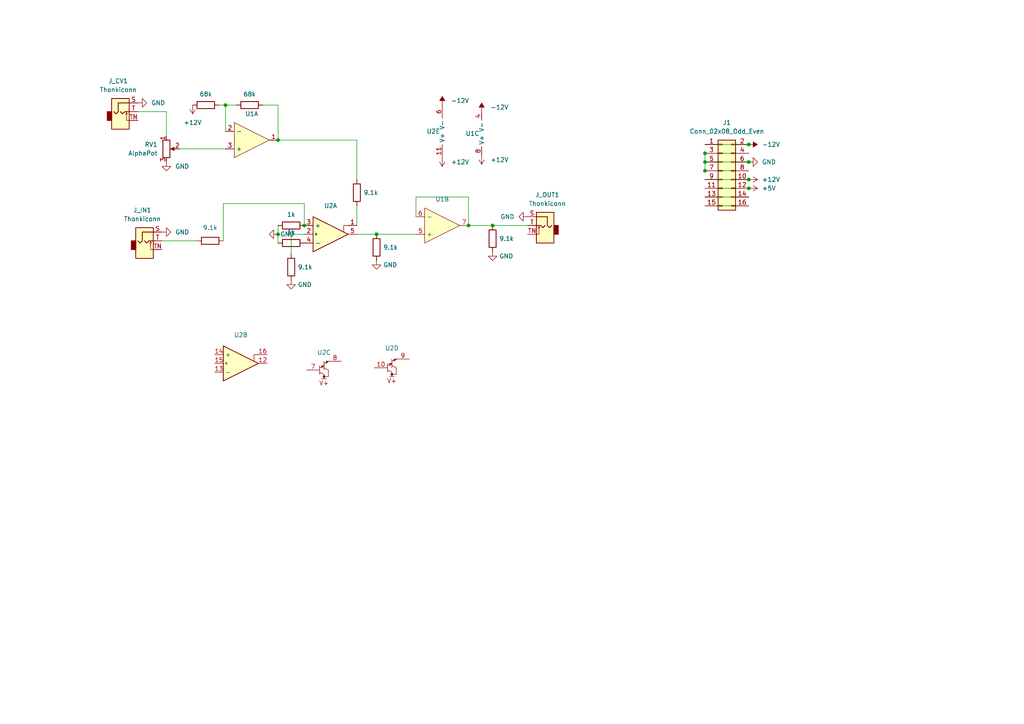
<source format=kicad_sch>
(kicad_sch (version 20211123) (generator eeschema)

  (uuid 89516765-8882-404e-925d-f348f17a4eaa)

  (paper "A4")

  (lib_symbols
    (symbol "Connector_Generic:Conn_02x08_Odd_Even" (pin_names (offset 1.016) hide) (in_bom yes) (on_board yes)
      (property "Reference" "J" (id 0) (at 1.27 10.16 0)
        (effects (font (size 1.27 1.27)))
      )
      (property "Value" "Conn_02x08_Odd_Even" (id 1) (at 1.27 -12.7 0)
        (effects (font (size 1.27 1.27)))
      )
      (property "Footprint" "" (id 2) (at 0 0 0)
        (effects (font (size 1.27 1.27)) hide)
      )
      (property "Datasheet" "~" (id 3) (at 0 0 0)
        (effects (font (size 1.27 1.27)) hide)
      )
      (property "ki_keywords" "connector" (id 4) (at 0 0 0)
        (effects (font (size 1.27 1.27)) hide)
      )
      (property "ki_description" "Generic connector, double row, 02x08, odd/even pin numbering scheme (row 1 odd numbers, row 2 even numbers), script generated (kicad-library-utils/schlib/autogen/connector/)" (id 5) (at 0 0 0)
        (effects (font (size 1.27 1.27)) hide)
      )
      (property "ki_fp_filters" "Connector*:*_2x??_*" (id 6) (at 0 0 0)
        (effects (font (size 1.27 1.27)) hide)
      )
      (symbol "Conn_02x08_Odd_Even_1_1"
        (rectangle (start -1.27 -10.033) (end 0 -10.287)
          (stroke (width 0.1524) (type default) (color 0 0 0 0))
          (fill (type none))
        )
        (rectangle (start -1.27 -7.493) (end 0 -7.747)
          (stroke (width 0.1524) (type default) (color 0 0 0 0))
          (fill (type none))
        )
        (rectangle (start -1.27 -4.953) (end 0 -5.207)
          (stroke (width 0.1524) (type default) (color 0 0 0 0))
          (fill (type none))
        )
        (rectangle (start -1.27 -2.413) (end 0 -2.667)
          (stroke (width 0.1524) (type default) (color 0 0 0 0))
          (fill (type none))
        )
        (rectangle (start -1.27 0.127) (end 0 -0.127)
          (stroke (width 0.1524) (type default) (color 0 0 0 0))
          (fill (type none))
        )
        (rectangle (start -1.27 2.667) (end 0 2.413)
          (stroke (width 0.1524) (type default) (color 0 0 0 0))
          (fill (type none))
        )
        (rectangle (start -1.27 5.207) (end 0 4.953)
          (stroke (width 0.1524) (type default) (color 0 0 0 0))
          (fill (type none))
        )
        (rectangle (start -1.27 7.747) (end 0 7.493)
          (stroke (width 0.1524) (type default) (color 0 0 0 0))
          (fill (type none))
        )
        (rectangle (start -1.27 8.89) (end 3.81 -11.43)
          (stroke (width 0.254) (type default) (color 0 0 0 0))
          (fill (type background))
        )
        (rectangle (start 3.81 -10.033) (end 2.54 -10.287)
          (stroke (width 0.1524) (type default) (color 0 0 0 0))
          (fill (type none))
        )
        (rectangle (start 3.81 -7.493) (end 2.54 -7.747)
          (stroke (width 0.1524) (type default) (color 0 0 0 0))
          (fill (type none))
        )
        (rectangle (start 3.81 -4.953) (end 2.54 -5.207)
          (stroke (width 0.1524) (type default) (color 0 0 0 0))
          (fill (type none))
        )
        (rectangle (start 3.81 -2.413) (end 2.54 -2.667)
          (stroke (width 0.1524) (type default) (color 0 0 0 0))
          (fill (type none))
        )
        (rectangle (start 3.81 0.127) (end 2.54 -0.127)
          (stroke (width 0.1524) (type default) (color 0 0 0 0))
          (fill (type none))
        )
        (rectangle (start 3.81 2.667) (end 2.54 2.413)
          (stroke (width 0.1524) (type default) (color 0 0 0 0))
          (fill (type none))
        )
        (rectangle (start 3.81 5.207) (end 2.54 4.953)
          (stroke (width 0.1524) (type default) (color 0 0 0 0))
          (fill (type none))
        )
        (rectangle (start 3.81 7.747) (end 2.54 7.493)
          (stroke (width 0.1524) (type default) (color 0 0 0 0))
          (fill (type none))
        )
        (pin passive line (at -5.08 7.62 0) (length 3.81)
          (name "Pin_1" (effects (font (size 1.27 1.27))))
          (number "1" (effects (font (size 1.27 1.27))))
        )
        (pin passive line (at 7.62 -2.54 180) (length 3.81)
          (name "Pin_10" (effects (font (size 1.27 1.27))))
          (number "10" (effects (font (size 1.27 1.27))))
        )
        (pin passive line (at -5.08 -5.08 0) (length 3.81)
          (name "Pin_11" (effects (font (size 1.27 1.27))))
          (number "11" (effects (font (size 1.27 1.27))))
        )
        (pin passive line (at 7.62 -5.08 180) (length 3.81)
          (name "Pin_12" (effects (font (size 1.27 1.27))))
          (number "12" (effects (font (size 1.27 1.27))))
        )
        (pin passive line (at -5.08 -7.62 0) (length 3.81)
          (name "Pin_13" (effects (font (size 1.27 1.27))))
          (number "13" (effects (font (size 1.27 1.27))))
        )
        (pin passive line (at 7.62 -7.62 180) (length 3.81)
          (name "Pin_14" (effects (font (size 1.27 1.27))))
          (number "14" (effects (font (size 1.27 1.27))))
        )
        (pin passive line (at -5.08 -10.16 0) (length 3.81)
          (name "Pin_15" (effects (font (size 1.27 1.27))))
          (number "15" (effects (font (size 1.27 1.27))))
        )
        (pin passive line (at 7.62 -10.16 180) (length 3.81)
          (name "Pin_16" (effects (font (size 1.27 1.27))))
          (number "16" (effects (font (size 1.27 1.27))))
        )
        (pin passive line (at 7.62 7.62 180) (length 3.81)
          (name "Pin_2" (effects (font (size 1.27 1.27))))
          (number "2" (effects (font (size 1.27 1.27))))
        )
        (pin passive line (at -5.08 5.08 0) (length 3.81)
          (name "Pin_3" (effects (font (size 1.27 1.27))))
          (number "3" (effects (font (size 1.27 1.27))))
        )
        (pin passive line (at 7.62 5.08 180) (length 3.81)
          (name "Pin_4" (effects (font (size 1.27 1.27))))
          (number "4" (effects (font (size 1.27 1.27))))
        )
        (pin passive line (at -5.08 2.54 0) (length 3.81)
          (name "Pin_5" (effects (font (size 1.27 1.27))))
          (number "5" (effects (font (size 1.27 1.27))))
        )
        (pin passive line (at 7.62 2.54 180) (length 3.81)
          (name "Pin_6" (effects (font (size 1.27 1.27))))
          (number "6" (effects (font (size 1.27 1.27))))
        )
        (pin passive line (at -5.08 0 0) (length 3.81)
          (name "Pin_7" (effects (font (size 1.27 1.27))))
          (number "7" (effects (font (size 1.27 1.27))))
        )
        (pin passive line (at 7.62 0 180) (length 3.81)
          (name "Pin_8" (effects (font (size 1.27 1.27))))
          (number "8" (effects (font (size 1.27 1.27))))
        )
        (pin passive line (at -5.08 -2.54 0) (length 3.81)
          (name "Pin_9" (effects (font (size 1.27 1.27))))
          (number "9" (effects (font (size 1.27 1.27))))
        )
      )
    )
    (symbol "EuroRackTools:1k" (pin_numbers hide) (pin_names (offset 0)) (in_bom yes) (on_board yes)
      (property "Reference" "R" (id 0) (at -1.27 3.81 0)
        (effects (font (size 1.27 1.27)) hide)
      )
      (property "Value" "1k" (id 1) (at -1.27 1.27 0)
        (effects (font (size 1.27 1.27)))
      )
      (property "Footprint" "Resistor_SMD:R_0603_1608Metric" (id 2) (at -1.27 -6.35 0)
        (effects (font (size 1.27 1.27)) hide)
      )
      (property "Datasheet" "~" (id 3) (at -6.35 6.35 90)
        (effects (font (size 1.27 1.27)) hide)
      )
      (property "LCSC" "C21190" (id 4) (at -1.27 -1.27 0)
        (effects (font (size 1.27 1.27)) hide)
      )
      (property "ki_keywords" "R res resistor" (id 5) (at 0 0 0)
        (effects (font (size 1.27 1.27)) hide)
      )
      (property "ki_description" "Resistor" (id 6) (at 0 0 0)
        (effects (font (size 1.27 1.27)) hide)
      )
      (property "ki_fp_filters" "R_*" (id 7) (at 0 0 0)
        (effects (font (size 1.27 1.27)) hide)
      )
      (symbol "1k_0_1"
        (rectangle (start 1.27 0.254) (end -3.81 2.286)
          (stroke (width 0.254) (type default) (color 0 0 0 0))
          (fill (type none))
        )
      )
      (symbol "1k_1_1"
        (pin passive line (at -5.08 1.27 0) (length 1.27)
          (name "~" (effects (font (size 1.27 1.27))))
          (number "1" (effects (font (size 1.27 1.27))))
        )
        (pin passive line (at 2.54 1.27 180) (length 1.27)
          (name "~" (effects (font (size 1.27 1.27))))
          (number "2" (effects (font (size 1.27 1.27))))
        )
      )
    )
    (symbol "EuroRackTools:68k" (pin_numbers hide) (pin_names (offset 0)) (in_bom yes) (on_board yes)
      (property "Reference" "R" (id 0) (at -1.27 6.35 0)
        (effects (font (size 1.27 1.27)) hide)
      )
      (property "Value" "68k" (id 1) (at -1.27 1.27 0)
        (effects (font (size 1.27 1.27)))
      )
      (property "Footprint" "Resistor_SMD:R_0603_1608Metric" (id 2) (at -1.27 -6.35 0)
        (effects (font (size 1.27 1.27)) hide)
      )
      (property "Datasheet" "~" (id 3) (at -6.35 6.35 90)
        (effects (font (size 1.27 1.27)) hide)
      )
      (property "LCSC" "0603" (id 4) (at -1.27 -2.54 0)
        (effects (font (size 1.27 1.27)) hide)
      )
      (property "ki_keywords" "R res resistor" (id 5) (at 0 0 0)
        (effects (font (size 1.27 1.27)) hide)
      )
      (property "ki_description" "Resistor" (id 6) (at 0 0 0)
        (effects (font (size 1.27 1.27)) hide)
      )
      (property "ki_fp_filters" "R_*" (id 7) (at 0 0 0)
        (effects (font (size 1.27 1.27)) hide)
      )
      (symbol "68k_0_1"
        (rectangle (start 1.27 0.254) (end -3.81 2.286)
          (stroke (width 0.254) (type default) (color 0 0 0 0))
          (fill (type none))
        )
      )
      (symbol "68k_1_1"
        (pin passive line (at -5.08 1.27 0) (length 1.27)
          (name "~" (effects (font (size 1.27 1.27))))
          (number "1" (effects (font (size 1.27 1.27))))
        )
        (pin passive line (at 2.54 1.27 180) (length 1.27)
          (name "~" (effects (font (size 1.27 1.27))))
          (number "2" (effects (font (size 1.27 1.27))))
        )
      )
    )
    (symbol "EuroRackTools:9.1k" (pin_numbers hide) (pin_names (offset 0)) (in_bom yes) (on_board yes)
      (property "Reference" "R" (id 0) (at -1.27 6.35 0)
        (effects (font (size 1.27 1.27)) hide)
      )
      (property "Value" "9.1k" (id 1) (at -1.27 1.27 0)
        (effects (font (size 1.27 1.27)))
      )
      (property "Footprint" "Resistor_SMD:R_0603_1608Metric" (id 2) (at -1.27 -6.35 0)
        (effects (font (size 1.27 1.27)) hide)
      )
      (property "Datasheet" "~" (id 3) (at -6.35 6.35 90)
        (effects (font (size 1.27 1.27)) hide)
      )
      (property "LCSC" "C23260" (id 4) (at 0 -2.54 0)
        (effects (font (size 1.27 1.27)) hide)
      )
      (property "ki_keywords" "R res resistor" (id 5) (at 0 0 0)
        (effects (font (size 1.27 1.27)) hide)
      )
      (property "ki_description" "Resistor" (id 6) (at 0 0 0)
        (effects (font (size 1.27 1.27)) hide)
      )
      (property "ki_fp_filters" "R_*" (id 7) (at 0 0 0)
        (effects (font (size 1.27 1.27)) hide)
      )
      (symbol "9.1k_0_1"
        (rectangle (start 1.27 0.254) (end -3.81 2.286)
          (stroke (width 0.254) (type default) (color 0 0 0 0))
          (fill (type none))
        )
      )
      (symbol "9.1k_1_1"
        (pin passive line (at -5.08 1.27 0) (length 1.27)
          (name "~" (effects (font (size 1.27 1.27))))
          (number "1" (effects (font (size 1.27 1.27))))
        )
        (pin passive line (at 2.54 1.27 180) (length 1.27)
          (name "~" (effects (font (size 1.27 1.27))))
          (number "2" (effects (font (size 1.27 1.27))))
        )
      )
    )
    (symbol "EuroRackTools:AlphaPot" (pin_names (offset 1.016) hide) (in_bom yes) (on_board yes)
      (property "Reference" "RV" (id 0) (at -4.445 0 90)
        (effects (font (size 1.27 1.27)))
      )
      (property "Value" "AlphaPot" (id 1) (at -2.54 0 90)
        (effects (font (size 1.27 1.27)))
      )
      (property "Footprint" "Potentiometer_THT:Potentiometer_Alpha_RD901F-40-00D_Single_Vertical" (id 2) (at 0 11.43 0)
        (effects (font (size 1.27 1.27)) hide)
      )
      (property "Datasheet" "~" (id 3) (at 0 0 0)
        (effects (font (size 1.27 1.27)) hide)
      )
      (property "Spice_Primitive" "X" (id 4) (at -5.08 -5.08 90)
        (effects (font (size 1.27 1.27)) hide)
      )
      (property "Spice_Model" "pot100k" (id 5) (at -6.35 0 90)
        (effects (font (size 1.27 1.27)) hide)
      )
      (property "Spice_Netlist_Enabled" "Y" (id 6) (at -5.08 3.81 90)
        (effects (font (size 1.27 1.27)) hide)
      )
      (property "ki_keywords" "resistor variable" (id 7) (at 0 0 0)
        (effects (font (size 1.27 1.27)) hide)
      )
      (property "ki_description" "Potentiometer" (id 8) (at 0 0 0)
        (effects (font (size 1.27 1.27)) hide)
      )
      (property "ki_fp_filters" "Potentiometer*" (id 9) (at 0 0 0)
        (effects (font (size 1.27 1.27)) hide)
      )
      (symbol "AlphaPot_0_1"
        (polyline
          (pts
            (xy 2.54 0)
            (xy 1.524 0)
          )
          (stroke (width 0) (type default) (color 0 0 0 0))
          (fill (type none))
        )
        (polyline
          (pts
            (xy 1.143 0)
            (xy 2.286 0.508)
            (xy 2.286 -0.508)
            (xy 1.143 0)
          )
          (stroke (width 0) (type default) (color 0 0 0 0))
          (fill (type outline))
        )
        (rectangle (start 1.016 2.54) (end -1.016 -2.54)
          (stroke (width 0.254) (type default) (color 0 0 0 0))
          (fill (type none))
        )
      )
      (symbol "AlphaPot_1_1"
        (pin passive line (at 0 3.81 270) (length 1.27)
          (name "1" (effects (font (size 1.27 1.27))))
          (number "1" (effects (font (size 1.27 1.27))))
        )
        (pin passive line (at 3.81 0 180) (length 1.27)
          (name "2" (effects (font (size 1.27 1.27))))
          (number "2" (effects (font (size 1.27 1.27))))
        )
        (pin passive line (at 0 -3.81 90) (length 1.27)
          (name "3" (effects (font (size 1.27 1.27))))
          (number "3" (effects (font (size 1.27 1.27))))
        )
      )
    )
    (symbol "EuroRackTools:LM13700" (in_bom yes) (on_board yes)
      (property "Reference" "U" (id 0) (at -1.27 0 0)
        (effects (font (size 1.27 1.27)))
      )
      (property "Value" "LM13700" (id 1) (at 3.81 5.08 0)
        (effects (font (size 1.27 1.27)) hide)
      )
      (property "Footprint" "Package_SO:SOIC-16_3.9x9.9mm_P1.27mm" (id 2) (at -0.635 -8.89 0)
        (effects (font (size 1.27 1.27)) hide)
      )
      (property "Datasheet" "" (id 3) (at 0 0 0)
        (effects (font (size 1.27 1.27)) hide)
      )
      (property "Spice_Primitive" "X" (id 4) (at 8.89 6.35 0)
        (effects (font (size 1.27 1.27)) hide)
      )
      (property "Spice_Model" "MY_LM13700" (id 5) (at -2.54 7.62 0)
        (effects (font (size 1.27 1.27)) hide)
      )
      (property "Spice_Netlist_Enabled" "Y" (id 6) (at 11.43 6.35 0)
        (effects (font (size 1.27 1.27)) hide)
      )
      (property "LCSC" "C174050" (id 7) (at 2.54 -6.35 0)
        (effects (font (size 1.27 1.27)) hide)
      )
      (symbol "LM13700_1_1"
        (polyline
          (pts
            (xy 3.81 -0.635)
            (xy 3.81 -2.54)
            (xy 5.08 -2.54)
          )
          (stroke (width 0) (type default) (color 0 0 0 0))
          (fill (type none))
        )
        (polyline
          (pts
            (xy 5.08 0)
            (xy -5.08 -5.08)
            (xy -5.08 5.08)
            (xy 5.08 0)
          )
          (stroke (width 0.254) (type default) (color 0 0 0 0))
          (fill (type background))
        )
        (pin input line (at 7.62 -2.54 180) (length 2.54)
          (name "~" (effects (font (size 1.27 1.27))))
          (number "1" (effects (font (size 1.27 1.27))))
        )
        (pin input line (at -7.62 0 0) (length 2.54)
          (name "D" (effects (font (size 0.508 0.508))))
          (number "2" (effects (font (size 1.27 1.27))))
        )
        (pin input line (at -7.62 -2.54 0) (length 2.54)
          (name "+" (effects (font (size 1.27 1.27))))
          (number "3" (effects (font (size 1.27 1.27))))
        )
        (pin input line (at -7.62 2.54 0) (length 2.54)
          (name "-" (effects (font (size 1.27 1.27))))
          (number "4" (effects (font (size 1.27 1.27))))
        )
        (pin output line (at 7.62 0 180) (length 2.54)
          (name "~" (effects (font (size 1.27 1.27))))
          (number "5" (effects (font (size 1.27 1.27))))
        )
      )
      (symbol "LM13700_2_1"
        (polyline
          (pts
            (xy 3.81 -0.635)
            (xy 3.81 -2.54)
            (xy 5.08 -2.54)
          )
          (stroke (width 0) (type default) (color 0 0 0 0))
          (fill (type none))
        )
        (polyline
          (pts
            (xy 5.08 0)
            (xy -5.08 -5.08)
            (xy -5.08 5.08)
            (xy 5.08 0)
          )
          (stroke (width 0.254) (type default) (color 0 0 0 0))
          (fill (type background))
        )
        (pin output line (at 7.62 0 180) (length 2.54)
          (name "~" (effects (font (size 1.27 1.27))))
          (number "12" (effects (font (size 1.27 1.27))))
        )
        (pin input line (at -7.62 2.54 0) (length 2.54)
          (name "-" (effects (font (size 1.27 1.27))))
          (number "13" (effects (font (size 1.27 1.27))))
        )
        (pin input line (at -7.62 -2.54 0) (length 2.54)
          (name "+" (effects (font (size 1.27 1.27))))
          (number "14" (effects (font (size 1.27 1.27))))
        )
        (pin input line (at -7.62 0 0) (length 2.54)
          (name "D" (effects (font (size 0.508 0.508))))
          (number "15" (effects (font (size 1.27 1.27))))
        )
        (pin input line (at 7.62 -2.54 180) (length 2.54)
          (name "~" (effects (font (size 1.27 1.27))))
          (number "16" (effects (font (size 1.27 1.27))))
        )
      )
      (symbol "LM13700_3_0"
        (polyline
          (pts
            (xy -1.905 2.54)
            (xy -3.175 2.54)
          )
          (stroke (width 0) (type default) (color 0 0 0 0))
          (fill (type none))
        )
      )
      (symbol "LM13700_3_1"
        (circle (center -2.54 1.905) (radius 0.254)
          (stroke (width 0.254) (type default) (color 0 0 0 0))
          (fill (type outline))
        )
        (polyline
          (pts
            (xy -3.81 -0.635)
            (xy -2.54 -1.27)
          )
          (stroke (width 0) (type default) (color 0 0 0 0))
          (fill (type none))
        )
        (polyline
          (pts
            (xy -3.81 1.27)
            (xy -3.81 -1.27)
          )
          (stroke (width 0) (type default) (color 0 0 0 0))
          (fill (type none))
        )
        (polyline
          (pts
            (xy -2.54 -1.905)
            (xy -1.27 -2.54)
          )
          (stroke (width 0) (type default) (color 0 0 0 0))
          (fill (type none))
        )
        (polyline
          (pts
            (xy -2.54 0)
            (xy -2.54 -2.54)
          )
          (stroke (width 0) (type default) (color 0 0 0 0))
          (fill (type none))
        )
        (polyline
          (pts
            (xy -3.81 0.635)
            (xy -2.54 1.27)
            (xy -2.54 1.905)
            (xy -2.54 2.54)
          )
          (stroke (width 0) (type default) (color 0 0 0 0))
          (fill (type none))
        )
        (polyline
          (pts
            (xy -2.54 -1.27)
            (xy -3.175 -0.635)
            (xy -3.175 -1.27)
            (xy -2.54 -1.27)
          )
          (stroke (width 0) (type default) (color 0 0 0 0))
          (fill (type outline))
        )
        (polyline
          (pts
            (xy -2.54 -0.635)
            (xy -1.27 0)
            (xy -1.27 1.905)
            (xy -2.54 1.905)
          )
          (stroke (width 0) (type default) (color 0 0 0 0))
          (fill (type none))
        )
        (polyline
          (pts
            (xy -1.27 -2.54)
            (xy -1.905 -1.905)
            (xy -1.905 -2.54)
            (xy -1.27 -2.54)
          )
          (stroke (width 0) (type default) (color 0 0 0 0))
          (fill (type outline))
        )
        (text "V+" (at -2.54 3.81 0)
          (effects (font (size 1.27 1.27)))
        )
        (pin input line (at -7.62 0 0) (length 3.81)
          (name "~" (effects (font (size 1.27 1.27))))
          (number "7" (effects (font (size 1.27 1.27))))
        )
        (pin output line (at 2.54 -2.54 180) (length 3.81)
          (name "~" (effects (font (size 1.27 1.27))))
          (number "8" (effects (font (size 1.27 1.27))))
        )
      )
      (symbol "LM13700_4_0"
        (polyline
          (pts
            (xy -1.905 2.54)
            (xy -3.175 2.54)
          )
          (stroke (width 0) (type default) (color 0 0 0 0))
          (fill (type none))
        )
      )
      (symbol "LM13700_4_1"
        (circle (center -2.54 1.905) (radius 0.254)
          (stroke (width 0.254) (type default) (color 0 0 0 0))
          (fill (type outline))
        )
        (polyline
          (pts
            (xy -3.81 -0.635)
            (xy -2.54 -1.27)
          )
          (stroke (width 0) (type default) (color 0 0 0 0))
          (fill (type none))
        )
        (polyline
          (pts
            (xy -3.81 1.27)
            (xy -3.81 -1.27)
          )
          (stroke (width 0) (type default) (color 0 0 0 0))
          (fill (type none))
        )
        (polyline
          (pts
            (xy -2.54 -1.905)
            (xy -1.27 -2.54)
          )
          (stroke (width 0) (type default) (color 0 0 0 0))
          (fill (type none))
        )
        (polyline
          (pts
            (xy -2.54 0)
            (xy -2.54 -2.54)
          )
          (stroke (width 0) (type default) (color 0 0 0 0))
          (fill (type none))
        )
        (polyline
          (pts
            (xy -3.81 0.635)
            (xy -2.54 1.27)
            (xy -2.54 1.905)
            (xy -2.54 2.54)
          )
          (stroke (width 0) (type default) (color 0 0 0 0))
          (fill (type none))
        )
        (polyline
          (pts
            (xy -2.54 -1.27)
            (xy -3.175 -0.635)
            (xy -3.175 -1.27)
            (xy -2.54 -1.27)
          )
          (stroke (width 0) (type default) (color 0 0 0 0))
          (fill (type outline))
        )
        (polyline
          (pts
            (xy -2.54 -0.635)
            (xy -1.27 0)
            (xy -1.27 1.905)
            (xy -2.54 1.905)
          )
          (stroke (width 0) (type default) (color 0 0 0 0))
          (fill (type none))
        )
        (polyline
          (pts
            (xy -1.27 -2.54)
            (xy -1.905 -1.905)
            (xy -1.905 -2.54)
            (xy -1.27 -2.54)
          )
          (stroke (width 0) (type default) (color 0 0 0 0))
          (fill (type outline))
        )
        (text "V+" (at -2.54 3.81 0)
          (effects (font (size 1.27 1.27)))
        )
        (pin input line (at -7.62 0 0) (length 3.81)
          (name "~" (effects (font (size 1.27 1.27))))
          (number "10" (effects (font (size 1.27 1.27))))
        )
        (pin output line (at 2.54 -2.54 180) (length 3.81)
          (name "~" (effects (font (size 1.27 1.27))))
          (number "9" (effects (font (size 1.27 1.27))))
        )
      )
      (symbol "LM13700_5_1"
        (pin power_in line (at -2.54 7.62 270) (length 3.81)
          (name "V+" (effects (font (size 1.27 1.27))))
          (number "11" (effects (font (size 1.27 1.27))))
        )
        (pin power_in line (at -2.54 -7.62 90) (length 3.81)
          (name "V-" (effects (font (size 1.27 1.27))))
          (number "6" (effects (font (size 1.27 1.27))))
        )
      )
    )
    (symbol "EuroRackTools:TL072" (in_bom yes) (on_board yes)
      (property "Reference" "U" (id 0) (at -1.27 0 0)
        (effects (font (size 1.27 1.27)))
      )
      (property "Value" "TL072" (id 1) (at 5.08 3.81 0)
        (effects (font (size 1.27 1.27)) hide)
      )
      (property "Footprint" "Package_SO:SOIC-8_3.9x4.9mm_P1.27mm" (id 2) (at 0 -8.89 0)
        (effects (font (size 1.27 1.27)) hide)
      )
      (property "Datasheet" "" (id 3) (at 0 0 0)
        (effects (font (size 1.27 1.27)) hide)
      )
      (property "Spice_Primitive" "X" (id 4) (at 1.27 7.62 0)
        (effects (font (size 1.27 1.27)) hide)
      )
      (property "Spice_Model" "MY_TL072" (id 5) (at 10.16 15.24 0)
        (effects (font (size 1.27 1.27)) hide)
      )
      (property "Spice_Netlist_Enabled" "Y" (id 6) (at 3.81 7.62 0)
        (effects (font (size 1.27 1.27)) hide)
      )
      (property "Spice_Node_Sequence" "1 2 3 4 5 6 7 8" (id 7) (at -11.43 17.78 0)
        (effects (font (size 1.27 1.27)) hide)
      )
      (property "LCSC" "C6961" (id 8) (at 3.175 -4.445 0)
        (effects (font (size 1.27 1.27)) hide)
      )
      (symbol "TL072_1_1"
        (polyline
          (pts
            (xy -5.08 5.08)
            (xy -5.08 -5.08)
            (xy 5.08 0)
            (xy -5.08 5.08)
          )
          (stroke (width 0.1524) (type default) (color 0 0 0 0))
          (fill (type background))
        )
        (pin output line (at 7.62 0 180) (length 2.54)
          (name "" (effects (font (size 1.27 1.27))))
          (number "1" (effects (font (size 1.27 1.27))))
        )
        (pin input line (at -7.62 -2.54 0) (length 2.54)
          (name "-" (effects (font (size 1.27 1.27))))
          (number "2" (effects (font (size 1.27 1.27))))
        )
        (pin input line (at -7.62 2.54 0) (length 2.54)
          (name "+" (effects (font (size 1.27 1.27))))
          (number "3" (effects (font (size 1.27 1.27))))
        )
      )
      (symbol "TL072_2_1"
        (polyline
          (pts
            (xy -5.08 5.08)
            (xy -5.08 -5.08)
            (xy 5.08 0)
            (xy -5.08 5.08)
          )
          (stroke (width 0.1524) (type default) (color 0 0 0 0))
          (fill (type background))
        )
        (pin input line (at -7.62 2.54 0) (length 2.54)
          (name "+" (effects (font (size 1.27 1.27))))
          (number "5" (effects (font (size 1.27 1.27))))
        )
        (pin input line (at -7.62 -2.54 0) (length 2.54)
          (name "-" (effects (font (size 1.27 1.27))))
          (number "6" (effects (font (size 1.27 1.27))))
        )
        (pin output line (at 7.62 0 180) (length 2.54)
          (name "" (effects (font (size 1.27 1.27))))
          (number "7" (effects (font (size 1.27 1.27))))
        )
      )
      (symbol "TL072_3_0"
        (pin power_in line (at -2.54 -6.35 90) (length 2.54)
          (name "V-" (effects (font (size 1.27 1.27))))
          (number "4" (effects (font (size 1.27 1.27))))
        )
        (pin power_in line (at -2.54 6.35 270) (length 2.54)
          (name "V+" (effects (font (size 1.27 1.27))))
          (number "8" (effects (font (size 1.27 1.27))))
        )
      )
    )
    (symbol "EuroRackTools:Thonkiconn" (in_bom yes) (on_board yes)
      (property "Reference" "J" (id 0) (at 0 8.89 0)
        (effects (font (size 1.27 1.27)))
      )
      (property "Value" "Thonkiconn" (id 1) (at 0 6.35 0)
        (effects (font (size 1.27 1.27)))
      )
      (property "Footprint" "Connector_Audio:Jack_3.5mm_QingPu_WQP-PJ398SM_Vertical_CircularHoles" (id 2) (at 1.27 11.43 0)
        (effects (font (size 1.27 1.27)) hide)
      )
      (property "Datasheet" "~" (id 3) (at 0 0 0)
        (effects (font (size 1.27 1.27)) hide)
      )
      (property "ki_keywords" "audio jack receptacle mono headphones phone TS connector" (id 4) (at 0 0 0)
        (effects (font (size 1.27 1.27)) hide)
      )
      (property "ki_description" "Audio Jack, 2 Poles (Mono / TS), Switched T Pole (Normalling)" (id 5) (at 0 0 0)
        (effects (font (size 1.27 1.27)) hide)
      )
      (property "ki_fp_filters" "Jack*" (id 6) (at 0 0 0)
        (effects (font (size 1.27 1.27)) hide)
      )
      (symbol "Thonkiconn_0_1"
        (rectangle (start -2.54 0) (end -3.81 -2.54)
          (stroke (width 0.254) (type default) (color 0 0 0 0))
          (fill (type outline))
        )
        (polyline
          (pts
            (xy 1.778 -0.254)
            (xy 2.032 -0.762)
          )
          (stroke (width 0) (type default) (color 0 0 0 0))
          (fill (type none))
        )
        (polyline
          (pts
            (xy 0 0)
            (xy 0.635 -0.635)
            (xy 1.27 0)
            (xy 2.54 0)
          )
          (stroke (width 0.254) (type default) (color 0 0 0 0))
          (fill (type none))
        )
        (polyline
          (pts
            (xy 2.54 -2.54)
            (xy 1.778 -2.54)
            (xy 1.778 -0.254)
            (xy 1.524 -0.762)
          )
          (stroke (width 0) (type default) (color 0 0 0 0))
          (fill (type none))
        )
        (polyline
          (pts
            (xy 2.54 2.54)
            (xy -0.635 2.54)
            (xy -0.635 0)
            (xy -1.27 -0.635)
            (xy -1.905 0)
          )
          (stroke (width 0.254) (type default) (color 0 0 0 0))
          (fill (type none))
        )
        (rectangle (start 2.54 3.81) (end -2.54 -5.08)
          (stroke (width 0.254) (type default) (color 0 0 0 0))
          (fill (type background))
        )
      )
      (symbol "Thonkiconn_1_1"
        (pin passive line (at 5.08 2.54 180) (length 2.54)
          (name "~" (effects (font (size 1.27 1.27))))
          (number "S" (effects (font (size 1.27 1.27))))
        )
        (pin passive line (at 5.08 0 180) (length 2.54)
          (name "~" (effects (font (size 1.27 1.27))))
          (number "T" (effects (font (size 1.27 1.27))))
        )
        (pin passive line (at 5.08 -2.54 180) (length 2.54)
          (name "~" (effects (font (size 1.27 1.27))))
          (number "TN" (effects (font (size 1.27 1.27))))
        )
      )
    )
    (symbol "power:+12V" (power) (pin_names (offset 0)) (in_bom yes) (on_board yes)
      (property "Reference" "#PWR" (id 0) (at 0 -3.81 0)
        (effects (font (size 1.27 1.27)) hide)
      )
      (property "Value" "+12V" (id 1) (at 0 3.556 0)
        (effects (font (size 1.27 1.27)))
      )
      (property "Footprint" "" (id 2) (at 0 0 0)
        (effects (font (size 1.27 1.27)) hide)
      )
      (property "Datasheet" "" (id 3) (at 0 0 0)
        (effects (font (size 1.27 1.27)) hide)
      )
      (property "ki_keywords" "power-flag" (id 4) (at 0 0 0)
        (effects (font (size 1.27 1.27)) hide)
      )
      (property "ki_description" "Power symbol creates a global label with name \"+12V\"" (id 5) (at 0 0 0)
        (effects (font (size 1.27 1.27)) hide)
      )
      (symbol "+12V_0_1"
        (polyline
          (pts
            (xy -0.762 1.27)
            (xy 0 2.54)
          )
          (stroke (width 0) (type default) (color 0 0 0 0))
          (fill (type none))
        )
        (polyline
          (pts
            (xy 0 0)
            (xy 0 2.54)
          )
          (stroke (width 0) (type default) (color 0 0 0 0))
          (fill (type none))
        )
        (polyline
          (pts
            (xy 0 2.54)
            (xy 0.762 1.27)
          )
          (stroke (width 0) (type default) (color 0 0 0 0))
          (fill (type none))
        )
      )
      (symbol "+12V_1_1"
        (pin power_in line (at 0 0 90) (length 0) hide
          (name "+12V" (effects (font (size 1.27 1.27))))
          (number "1" (effects (font (size 1.27 1.27))))
        )
      )
    )
    (symbol "power:+5V" (power) (pin_names (offset 0)) (in_bom yes) (on_board yes)
      (property "Reference" "#PWR" (id 0) (at 0 -3.81 0)
        (effects (font (size 1.27 1.27)) hide)
      )
      (property "Value" "+5V" (id 1) (at 0 3.556 0)
        (effects (font (size 1.27 1.27)))
      )
      (property "Footprint" "" (id 2) (at 0 0 0)
        (effects (font (size 1.27 1.27)) hide)
      )
      (property "Datasheet" "" (id 3) (at 0 0 0)
        (effects (font (size 1.27 1.27)) hide)
      )
      (property "ki_keywords" "power-flag" (id 4) (at 0 0 0)
        (effects (font (size 1.27 1.27)) hide)
      )
      (property "ki_description" "Power symbol creates a global label with name \"+5V\"" (id 5) (at 0 0 0)
        (effects (font (size 1.27 1.27)) hide)
      )
      (symbol "+5V_0_1"
        (polyline
          (pts
            (xy -0.762 1.27)
            (xy 0 2.54)
          )
          (stroke (width 0) (type default) (color 0 0 0 0))
          (fill (type none))
        )
        (polyline
          (pts
            (xy 0 0)
            (xy 0 2.54)
          )
          (stroke (width 0) (type default) (color 0 0 0 0))
          (fill (type none))
        )
        (polyline
          (pts
            (xy 0 2.54)
            (xy 0.762 1.27)
          )
          (stroke (width 0) (type default) (color 0 0 0 0))
          (fill (type none))
        )
      )
      (symbol "+5V_1_1"
        (pin power_in line (at 0 0 90) (length 0) hide
          (name "+5V" (effects (font (size 1.27 1.27))))
          (number "1" (effects (font (size 1.27 1.27))))
        )
      )
    )
    (symbol "power:-12V" (power) (pin_names (offset 0)) (in_bom yes) (on_board yes)
      (property "Reference" "#PWR" (id 0) (at 0 2.54 0)
        (effects (font (size 1.27 1.27)) hide)
      )
      (property "Value" "-12V" (id 1) (at 0 3.81 0)
        (effects (font (size 1.27 1.27)))
      )
      (property "Footprint" "" (id 2) (at 0 0 0)
        (effects (font (size 1.27 1.27)) hide)
      )
      (property "Datasheet" "" (id 3) (at 0 0 0)
        (effects (font (size 1.27 1.27)) hide)
      )
      (property "ki_keywords" "power-flag" (id 4) (at 0 0 0)
        (effects (font (size 1.27 1.27)) hide)
      )
      (property "ki_description" "Power symbol creates a global label with name \"-12V\"" (id 5) (at 0 0 0)
        (effects (font (size 1.27 1.27)) hide)
      )
      (symbol "-12V_0_0"
        (pin power_in line (at 0 0 90) (length 0) hide
          (name "-12V" (effects (font (size 1.27 1.27))))
          (number "1" (effects (font (size 1.27 1.27))))
        )
      )
      (symbol "-12V_0_1"
        (polyline
          (pts
            (xy 0 0)
            (xy 0 1.27)
            (xy 0.762 1.27)
            (xy 0 2.54)
            (xy -0.762 1.27)
            (xy 0 1.27)
          )
          (stroke (width 0) (type default) (color 0 0 0 0))
          (fill (type outline))
        )
      )
    )
    (symbol "power:GND" (power) (pin_names (offset 0)) (in_bom yes) (on_board yes)
      (property "Reference" "#PWR" (id 0) (at 0 -6.35 0)
        (effects (font (size 1.27 1.27)) hide)
      )
      (property "Value" "GND" (id 1) (at 0 -3.81 0)
        (effects (font (size 1.27 1.27)))
      )
      (property "Footprint" "" (id 2) (at 0 0 0)
        (effects (font (size 1.27 1.27)) hide)
      )
      (property "Datasheet" "" (id 3) (at 0 0 0)
        (effects (font (size 1.27 1.27)) hide)
      )
      (property "ki_keywords" "power-flag" (id 4) (at 0 0 0)
        (effects (font (size 1.27 1.27)) hide)
      )
      (property "ki_description" "Power symbol creates a global label with name \"GND\" , ground" (id 5) (at 0 0 0)
        (effects (font (size 1.27 1.27)) hide)
      )
      (symbol "GND_0_1"
        (polyline
          (pts
            (xy 0 0)
            (xy 0 -1.27)
            (xy 1.27 -1.27)
            (xy 0 -2.54)
            (xy -1.27 -1.27)
            (xy 0 -1.27)
          )
          (stroke (width 0) (type default) (color 0 0 0 0))
          (fill (type none))
        )
      )
      (symbol "GND_1_1"
        (pin power_in line (at 0 0 270) (length 0) hide
          (name "GND" (effects (font (size 1.27 1.27))))
          (number "1" (effects (font (size 1.27 1.27))))
        )
      )
    )
  )

  (junction (at 80.645 67.945) (diameter 0) (color 0 0 0 0)
    (uuid 1a26687b-ecee-4e94-a617-02100b8d6ac6)
  )
  (junction (at 217.17 46.99) (diameter 0) (color 0 0 0 0)
    (uuid 4b5527c2-2e7f-4205-8a4f-99dd28392a51)
  )
  (junction (at 88.265 65.405) (diameter 0) (color 0 0 0 0)
    (uuid 50b4b2c9-ebc9-4611-b47f-5f816315936d)
  )
  (junction (at 204.47 49.53) (diameter 0) (color 0 0 0 0)
    (uuid 6a5da612-5cfd-43f3-93ed-0f4a686ed1fd)
  )
  (junction (at 204.47 46.99) (diameter 0) (color 0 0 0 0)
    (uuid 89e9a7aa-7489-4523-80c2-e9c31fdc465a)
  )
  (junction (at 65.405 30.48) (diameter 0) (color 0 0 0 0)
    (uuid 8e5557b1-ce8b-4f49-a66f-e9b65a613b5f)
  )
  (junction (at 80.645 40.64) (diameter 0) (color 0 0 0 0)
    (uuid 96d3590a-16aa-4989-b0b6-5560ba2d6f18)
  )
  (junction (at 217.17 54.61) (diameter 0) (color 0 0 0 0)
    (uuid 96e2b3d3-214b-4bee-a72a-5246d8434f07)
  )
  (junction (at 135.89 65.405) (diameter 0) (color 0 0 0 0)
    (uuid a961a0cc-5544-49c6-8d2d-422ed1f6d8ff)
  )
  (junction (at 142.875 65.405) (diameter 0) (color 0 0 0 0)
    (uuid aab0e6e9-6a26-4f04-a2b7-19c756484b99)
  )
  (junction (at 217.17 41.91) (diameter 0) (color 0 0 0 0)
    (uuid d443a009-b6d8-4add-8b63-37a208bc916d)
  )
  (junction (at 204.47 44.45) (diameter 0) (color 0 0 0 0)
    (uuid d6c146fa-b977-4ea0-9e82-659ea2d672af)
  )
  (junction (at 217.17 52.07) (diameter 0) (color 0 0 0 0)
    (uuid e54c1336-af6e-4b54-ae4e-01ccfe3c41ab)
  )
  (junction (at 109.22 67.945) (diameter 0) (color 0 0 0 0)
    (uuid fc30c085-8245-4df5-80cc-b1c775db7227)
  )

  (wire (pts (xy 64.77 59.055) (xy 88.265 59.055))
    (stroke (width 0) (type default) (color 0 0 0 0))
    (uuid 0277d384-6e20-42b9-a8f3-61788a628e86)
  )
  (wire (pts (xy 204.47 44.45) (xy 204.47 46.99))
    (stroke (width 0) (type default) (color 0 0 0 0))
    (uuid 07965a9c-55f0-4852-a92b-49cca9db32ec)
  )
  (wire (pts (xy 40.005 32.385) (xy 48.26 32.385))
    (stroke (width 0) (type default) (color 0 0 0 0))
    (uuid 119d5daa-07ae-4588-8521-702767a69662)
  )
  (wire (pts (xy 103.505 52.07) (xy 103.505 40.64))
    (stroke (width 0) (type default) (color 0 0 0 0))
    (uuid 1837e718-ee4f-4ec8-b948-459bf6b6163c)
  )
  (wire (pts (xy 120.65 62.865) (xy 120.65 57.15))
    (stroke (width 0) (type default) (color 0 0 0 0))
    (uuid 1c7956ac-e5ff-44cd-88d1-0cfed4384658)
  )
  (wire (pts (xy 204.47 59.69) (xy 217.17 59.69))
    (stroke (width 0) (type default) (color 0 0 0 0))
    (uuid 2a0e784f-bd69-4920-aa66-8aa47c65cc41)
  )
  (wire (pts (xy 103.505 67.945) (xy 109.22 67.945))
    (stroke (width 0) (type default) (color 0 0 0 0))
    (uuid 35a1d336-0a9d-4cf9-b355-d17332a39a3c)
  )
  (wire (pts (xy 204.47 57.15) (xy 217.17 57.15))
    (stroke (width 0) (type default) (color 0 0 0 0))
    (uuid 36b210be-4a97-4fd1-911c-eddae2b5903d)
  )
  (wire (pts (xy 46.99 69.85) (xy 57.15 69.85))
    (stroke (width 0) (type default) (color 0 0 0 0))
    (uuid 3c685603-5f5d-4a97-9727-2f79564b9307)
  )
  (wire (pts (xy 204.47 44.45) (xy 217.17 44.45))
    (stroke (width 0) (type default) (color 0 0 0 0))
    (uuid 3cdf0816-6a5e-4c48-ae7d-7fa8467e111b)
  )
  (wire (pts (xy 204.47 49.53) (xy 217.17 49.53))
    (stroke (width 0) (type default) (color 0 0 0 0))
    (uuid 3dfc7655-2267-4807-8a8c-6497fed496b7)
  )
  (wire (pts (xy 64.77 69.85) (xy 64.77 59.055))
    (stroke (width 0) (type default) (color 0 0 0 0))
    (uuid 47f93ac0-dcbf-4c0b-8269-8df3f2772c80)
  )
  (wire (pts (xy 204.47 46.99) (xy 217.17 46.99))
    (stroke (width 0) (type default) (color 0 0 0 0))
    (uuid 4e40bbb6-dffd-4cac-aa48-16b00bfc53a5)
  )
  (wire (pts (xy 80.645 65.405) (xy 80.645 67.945))
    (stroke (width 0) (type default) (color 0 0 0 0))
    (uuid 55694b2f-c691-4604-938a-a6770c23bd3d)
  )
  (wire (pts (xy 84.455 67.945) (xy 84.455 73.66))
    (stroke (width 0) (type default) (color 0 0 0 0))
    (uuid 5c327fc7-f858-42f3-8571-d6972ea7a7ac)
  )
  (wire (pts (xy 120.65 57.15) (xy 135.89 57.15))
    (stroke (width 0) (type default) (color 0 0 0 0))
    (uuid 6a69b0c3-b50c-4762-94c0-76a12ef49fd1)
  )
  (wire (pts (xy 204.47 54.61) (xy 217.17 54.61))
    (stroke (width 0) (type default) (color 0 0 0 0))
    (uuid 6cdaca08-85f6-4d8a-bb52-fb21fcea2867)
  )
  (wire (pts (xy 142.875 65.405) (xy 153.035 65.405))
    (stroke (width 0) (type default) (color 0 0 0 0))
    (uuid 730a6317-04d9-4b5d-af19-cb10d8020264)
  )
  (wire (pts (xy 65.405 30.48) (xy 68.58 30.48))
    (stroke (width 0) (type default) (color 0 0 0 0))
    (uuid 770c41e1-e46e-4ece-895e-69d192db48f3)
  )
  (wire (pts (xy 103.505 40.64) (xy 80.645 40.64))
    (stroke (width 0) (type default) (color 0 0 0 0))
    (uuid 77cad47c-f18d-4ba5-a221-5f94a5e2dbf5)
  )
  (wire (pts (xy 103.505 59.69) (xy 103.505 65.405))
    (stroke (width 0) (type default) (color 0 0 0 0))
    (uuid 7e8fbdbd-eaaf-414f-9b94-bf93641c3f25)
  )
  (wire (pts (xy 80.645 67.945) (xy 80.645 70.485))
    (stroke (width 0) (type default) (color 0 0 0 0))
    (uuid 81330806-a699-447d-a82f-cd4b6c2f2277)
  )
  (wire (pts (xy 76.2 30.48) (xy 80.645 30.48))
    (stroke (width 0) (type default) (color 0 0 0 0))
    (uuid 8528f846-6b2b-4e81-bdb9-2792f5cb7fa6)
  )
  (wire (pts (xy 109.22 67.945) (xy 120.65 67.945))
    (stroke (width 0) (type default) (color 0 0 0 0))
    (uuid 881a8221-a57a-4d46-8563-1d5337a17f92)
  )
  (wire (pts (xy 135.89 65.405) (xy 142.875 65.405))
    (stroke (width 0) (type default) (color 0 0 0 0))
    (uuid 8b15dd58-59cf-4925-accc-93672bdcce54)
  )
  (wire (pts (xy 88.265 67.945) (xy 84.455 67.945))
    (stroke (width 0) (type default) (color 0 0 0 0))
    (uuid 8f3b686d-69f8-4b5f-a201-4ab5a1005b34)
  )
  (wire (pts (xy 88.265 59.055) (xy 88.265 65.405))
    (stroke (width 0) (type default) (color 0 0 0 0))
    (uuid bd8ef603-36bd-4ca7-99f5-f6ddabfa68e5)
  )
  (wire (pts (xy 80.645 30.48) (xy 80.645 40.64))
    (stroke (width 0) (type default) (color 0 0 0 0))
    (uuid bf435a1e-23a9-4015-af24-c79474fb1246)
  )
  (wire (pts (xy 135.89 57.15) (xy 135.89 65.405))
    (stroke (width 0) (type default) (color 0 0 0 0))
    (uuid c0fdd709-e805-4c9a-b510-0eac42fad6c6)
  )
  (wire (pts (xy 65.405 30.48) (xy 65.405 38.1))
    (stroke (width 0) (type default) (color 0 0 0 0))
    (uuid c19d1141-01a0-4ef0-8c9f-c7edb7fd7f83)
  )
  (wire (pts (xy 204.47 52.07) (xy 217.17 52.07))
    (stroke (width 0) (type default) (color 0 0 0 0))
    (uuid d266660a-f065-4fcd-9695-926eb9ec20dc)
  )
  (wire (pts (xy 204.47 41.91) (xy 217.17 41.91))
    (stroke (width 0) (type default) (color 0 0 0 0))
    (uuid d63a5516-54fb-43d5-8031-85dcc7cccaf2)
  )
  (wire (pts (xy 48.26 32.385) (xy 48.26 39.37))
    (stroke (width 0) (type default) (color 0 0 0 0))
    (uuid dc54fb3b-7d53-4f54-974c-1ad0db22852f)
  )
  (wire (pts (xy 52.07 43.18) (xy 65.405 43.18))
    (stroke (width 0) (type default) (color 0 0 0 0))
    (uuid e906e3e3-f908-4369-a903-af4c7a7d3365)
  )
  (wire (pts (xy 204.47 46.99) (xy 204.47 49.53))
    (stroke (width 0) (type default) (color 0 0 0 0))
    (uuid ec8786b6-ac74-49d2-ba3a-daae359e571c)
  )
  (wire (pts (xy 63.5 30.48) (xy 65.405 30.48))
    (stroke (width 0) (type default) (color 0 0 0 0))
    (uuid fcedeb71-61e4-4c2d-bb60-f6da5bce66be)
  )

  (symbol (lib_id "power:GND") (at 142.875 73.025 0) (unit 1)
    (in_bom yes) (on_board yes) (fields_autoplaced)
    (uuid 01d83e6e-0040-4bae-b8a3-e9b7d0b84e75)
    (property "Reference" "#PWR0101" (id 0) (at 142.875 79.375 0)
      (effects (font (size 1.27 1.27)) hide)
    )
    (property "Value" "GND" (id 1) (at 144.78 74.2949 0)
      (effects (font (size 1.27 1.27)) (justify left))
    )
    (property "Footprint" "" (id 2) (at 142.875 73.025 0)
      (effects (font (size 1.27 1.27)) hide)
    )
    (property "Datasheet" "" (id 3) (at 142.875 73.025 0)
      (effects (font (size 1.27 1.27)) hide)
    )
    (pin "1" (uuid cc1d8a91-230d-42bf-a88a-c77179cdbf05))
  )

  (symbol (lib_id "power:+12V") (at 55.88 30.48 180) (unit 1)
    (in_bom yes) (on_board yes) (fields_autoplaced)
    (uuid 08062ac0-aae4-4c9d-8b4e-a00777bf08ae)
    (property "Reference" "#PWR04" (id 0) (at 55.88 26.67 0)
      (effects (font (size 1.27 1.27)) hide)
    )
    (property "Value" "+12V" (id 1) (at 55.88 35.56 0))
    (property "Footprint" "" (id 2) (at 55.88 30.48 0)
      (effects (font (size 1.27 1.27)) hide)
    )
    (property "Datasheet" "" (id 3) (at 55.88 30.48 0)
      (effects (font (size 1.27 1.27)) hide)
    )
    (pin "1" (uuid 1cec46b2-7a72-4761-9934-e8f50d77aaff))
  )

  (symbol (lib_id "EuroRackTools:Thonkiconn") (at 34.925 32.385 0) (unit 1)
    (in_bom yes) (on_board yes) (fields_autoplaced)
    (uuid 13d87450-a4a1-45e0-874b-9bfb40a681e7)
    (property "Reference" "J_CV1" (id 0) (at 34.29 23.495 0))
    (property "Value" "Thonkiconn" (id 1) (at 34.29 26.035 0))
    (property "Footprint" "Connector_Audio:Jack_3.5mm_QingPu_WQP-PJ398SM_Vertical_CircularHoles" (id 2) (at 36.195 20.955 0)
      (effects (font (size 1.27 1.27)) hide)
    )
    (property "Datasheet" "~" (id 3) (at 34.925 32.385 0)
      (effects (font (size 1.27 1.27)) hide)
    )
    (pin "S" (uuid bcba8089-9d2b-4ecf-a1db-e48aea96aeaa))
    (pin "T" (uuid 2947286d-24cb-406b-9f58-4c8d14fb63ce))
    (pin "TN" (uuid f6ff727c-e6a9-4f0e-b5fa-9ed15a87a040))
  )

  (symbol (lib_id "EuroRackTools:9.1k") (at 59.69 68.58 180) (unit 1)
    (in_bom yes) (on_board yes) (fields_autoplaced)
    (uuid 2146f101-0f15-4441-a8b1-8c79394210b3)
    (property "Reference" "R1" (id 0) (at 60.96 74.93 0)
      (effects (font (size 1.27 1.27)) hide)
    )
    (property "Value" "9.1k" (id 1) (at 60.96 66.04 0))
    (property "Footprint" "Resistor_SMD:R_0603_1608Metric" (id 2) (at 60.96 62.23 0)
      (effects (font (size 1.27 1.27)) hide)
    )
    (property "Datasheet" "~" (id 3) (at 66.04 74.93 90)
      (effects (font (size 1.27 1.27)) hide)
    )
    (property "LCSC" "C23260" (id 4) (at 59.69 66.04 0)
      (effects (font (size 1.27 1.27)) hide)
    )
    (pin "1" (uuid 65b57cfd-fd9d-42b7-8dbb-efeb699020f6))
    (pin "2" (uuid 1b244e1e-ccc9-4175-95b1-b6356ad3de80))
  )

  (symbol (lib_id "power:GND") (at 109.22 75.565 0) (mirror y) (unit 1)
    (in_bom yes) (on_board yes) (fields_autoplaced)
    (uuid 3036b8bb-ba6c-4ff8-93e4-467fba4d38b4)
    (property "Reference" "#PWR07" (id 0) (at 109.22 81.915 0)
      (effects (font (size 1.27 1.27)) hide)
    )
    (property "Value" "GND" (id 1) (at 111.125 76.8349 0)
      (effects (font (size 1.27 1.27)) (justify right))
    )
    (property "Footprint" "" (id 2) (at 109.22 75.565 0)
      (effects (font (size 1.27 1.27)) hide)
    )
    (property "Datasheet" "" (id 3) (at 109.22 75.565 0)
      (effects (font (size 1.27 1.27)) hide)
    )
    (pin "1" (uuid 2e212021-941b-45a1-b8dc-3ae3c19e99b3))
  )

  (symbol (lib_id "EuroRackTools:9.1k") (at 104.775 54.61 90) (unit 1)
    (in_bom yes) (on_board yes) (fields_autoplaced)
    (uuid 36a5cb0c-ffc8-402a-b2a4-ea1bf43e750b)
    (property "Reference" "R7" (id 0) (at 98.425 55.88 0)
      (effects (font (size 1.27 1.27)) hide)
    )
    (property "Value" "9.1k" (id 1) (at 105.41 55.8799 90)
      (effects (font (size 1.27 1.27)) (justify right))
    )
    (property "Footprint" "Resistor_SMD:R_0603_1608Metric" (id 2) (at 111.125 55.88 0)
      (effects (font (size 1.27 1.27)) hide)
    )
    (property "Datasheet" "~" (id 3) (at 98.425 60.96 90)
      (effects (font (size 1.27 1.27)) hide)
    )
    (property "LCSC" "C23260" (id 4) (at 107.315 54.61 0)
      (effects (font (size 1.27 1.27)) hide)
    )
    (pin "1" (uuid 24f4b543-df1e-46ed-b760-7551c6ad0768))
    (pin "2" (uuid a08d9c2e-0eac-46c7-b7ae-f74d3d77be39))
  )

  (symbol (lib_id "power:-12V") (at 128.27 30.48 0) (unit 1)
    (in_bom yes) (on_board yes) (fields_autoplaced)
    (uuid 4a2d42cb-9dd5-4c87-ac8a-3f87f840173c)
    (property "Reference" "#PWR0109" (id 0) (at 128.27 27.94 0)
      (effects (font (size 1.27 1.27)) hide)
    )
    (property "Value" "-12V" (id 1) (at 130.81 29.2099 0)
      (effects (font (size 1.27 1.27)) (justify left))
    )
    (property "Footprint" "" (id 2) (at 128.27 30.48 0)
      (effects (font (size 1.27 1.27)) hide)
    )
    (property "Datasheet" "" (id 3) (at 128.27 30.48 0)
      (effects (font (size 1.27 1.27)) hide)
    )
    (pin "1" (uuid b98fd169-154d-487b-a5af-70eef55ccba5))
  )

  (symbol (lib_id "EuroRackTools:LM13700") (at 96.52 107.315 0) (mirror x) (unit 3)
    (in_bom yes) (on_board yes) (fields_autoplaced)
    (uuid 57a1053b-40c9-4263-890f-58d411151f40)
    (property "Reference" "U2" (id 0) (at 93.98 102.235 0))
    (property "Value" "LM13700" (id 1) (at 100.33 112.395 0)
      (effects (font (size 1.27 1.27)) hide)
    )
    (property "Footprint" "Package_SO:SOIC-16_3.9x9.9mm_P1.27mm" (id 2) (at 95.885 98.425 0)
      (effects (font (size 1.27 1.27)) hide)
    )
    (property "Datasheet" "" (id 3) (at 96.52 107.315 0)
      (effects (font (size 1.27 1.27)) hide)
    )
    (property "Spice_Primitive" "X" (id 4) (at 105.41 113.665 0)
      (effects (font (size 1.27 1.27)) hide)
    )
    (property "Spice_Model" "MY_LM13700" (id 5) (at 93.98 114.935 0)
      (effects (font (size 1.27 1.27)) hide)
    )
    (property "Spice_Netlist_Enabled" "Y" (id 6) (at 107.95 113.665 0)
      (effects (font (size 1.27 1.27)) hide)
    )
    (property "LCSC" "C174050" (id 7) (at 99.06 100.965 0)
      (effects (font (size 1.27 1.27)) hide)
    )
    (pin "1" (uuid b96f594e-1867-47fe-b21e-832b925d052c))
    (pin "2" (uuid 8f78fcce-6d72-4ca3-825d-ec69b1b0e75a))
    (pin "3" (uuid f53b1f22-915d-425c-96e3-b92aaa6e1115))
    (pin "4" (uuid 3f27e4c2-4155-4567-8040-3ee436645a57))
    (pin "5" (uuid c91407c1-50f3-4d4d-894a-7c20f7eddec3))
    (pin "12" (uuid 427b71f9-e67d-4a58-8550-f0adde244ff8))
    (pin "13" (uuid d8476c20-7578-4415-942b-e1b1911679f5))
    (pin "14" (uuid a04af423-a9b6-446b-b4f6-7d6f7ebe2309))
    (pin "15" (uuid 47680a2f-0fdc-4fce-890a-64d90fd54931))
    (pin "16" (uuid 7733cafa-448a-4540-b32f-c7b605339b05))
    (pin "7" (uuid 79b5efa4-993c-46f0-a25f-b88d6f96e0b3))
    (pin "8" (uuid f8043218-0aaf-4c15-b072-9be97913d889))
    (pin "10" (uuid 182a5a3a-60f8-42ef-8ff3-e8559c5b8be9))
    (pin "9" (uuid 9bb7a1ac-9a45-4a9c-8292-5402a6fa0250))
    (pin "11" (uuid edbe80c5-df2a-426a-8565-15a340cf19bb))
    (pin "6" (uuid 462b44ae-7b0c-4c2e-a44a-d1ae7efab23f))
  )

  (symbol (lib_id "EuroRackTools:TL072") (at 128.27 65.405 0) (mirror x) (unit 2)
    (in_bom yes) (on_board yes) (fields_autoplaced)
    (uuid 5ecb13f8-b489-4efc-a737-08e1dd5579be)
    (property "Reference" "U1" (id 0) (at 128.27 57.785 0))
    (property "Value" "TL072" (id 1) (at 133.35 69.215 0)
      (effects (font (size 1.27 1.27)) hide)
    )
    (property "Footprint" "Package_SO:SOIC-8_3.9x4.9mm_P1.27mm" (id 2) (at 128.27 56.515 0)
      (effects (font (size 1.27 1.27)) hide)
    )
    (property "Datasheet" "" (id 3) (at 128.27 65.405 0)
      (effects (font (size 1.27 1.27)) hide)
    )
    (property "Spice_Primitive" "X" (id 4) (at 129.54 73.025 0)
      (effects (font (size 1.27 1.27)) hide)
    )
    (property "Spice_Model" "MY_TL072" (id 5) (at 138.43 80.645 0)
      (effects (font (size 1.27 1.27)) hide)
    )
    (property "Spice_Netlist_Enabled" "Y" (id 6) (at 132.08 73.025 0)
      (effects (font (size 1.27 1.27)) hide)
    )
    (property "Spice_Node_Sequence" "1 2 3 4 5 6 7 8" (id 7) (at 116.84 83.185 0)
      (effects (font (size 1.27 1.27)) hide)
    )
    (property "LCSC" "C6961" (id 8) (at 131.445 60.96 0)
      (effects (font (size 1.27 1.27)) hide)
    )
    (pin "1" (uuid 0a5c444a-2194-43c7-81fc-30368e54a186))
    (pin "2" (uuid 1787beff-f27b-4de8-94fa-7c9297c6724c))
    (pin "3" (uuid c6d7acc4-9500-4e78-8d57-4b047d26d14a))
    (pin "5" (uuid 78a09cd4-5a8e-4606-b103-590f8d5d6916))
    (pin "6" (uuid 3e835035-4e6d-4d1f-974f-63eb5e98b037))
    (pin "7" (uuid c077e0d4-31e8-4557-961a-0b2fd616d605))
    (pin "4" (uuid a3e27e2e-f9d6-4c90-96de-01a300dc6384))
    (pin "8" (uuid 2460ab51-e9f8-49b5-b490-601779fdcb7e))
  )

  (symbol (lib_id "power:GND") (at 40.005 29.845 90) (unit 1)
    (in_bom yes) (on_board yes) (fields_autoplaced)
    (uuid 60086f3c-7742-475e-baff-84d934470735)
    (property "Reference" "#PWR01" (id 0) (at 46.355 29.845 0)
      (effects (font (size 1.27 1.27)) hide)
    )
    (property "Value" "GND" (id 1) (at 43.815 29.8449 90)
      (effects (font (size 1.27 1.27)) (justify right))
    )
    (property "Footprint" "" (id 2) (at 40.005 29.845 0)
      (effects (font (size 1.27 1.27)) hide)
    )
    (property "Datasheet" "" (id 3) (at 40.005 29.845 0)
      (effects (font (size 1.27 1.27)) hide)
    )
    (pin "1" (uuid a5112273-f9c0-4a6e-8510-68d5ab2d9191))
  )

  (symbol (lib_id "EuroRackTools:68k") (at 73.66 31.75 0) (unit 1)
    (in_bom yes) (on_board yes) (fields_autoplaced)
    (uuid 681ff463-c84f-4905-8b7a-dcc06a80f366)
    (property "Reference" "R3" (id 0) (at 72.39 25.4 0)
      (effects (font (size 1.27 1.27)) hide)
    )
    (property "Value" "68k" (id 1) (at 72.39 27.305 0))
    (property "Footprint" "Resistor_SMD:R_0603_1608Metric" (id 2) (at 72.39 38.1 0)
      (effects (font (size 1.27 1.27)) hide)
    )
    (property "Datasheet" "~" (id 3) (at 67.31 25.4 90)
      (effects (font (size 1.27 1.27)) hide)
    )
    (property "LCSC" "C23231" (id 4) (at 72.39 34.29 0)
      (effects (font (size 1.27 1.27)) hide)
    )
    (pin "1" (uuid b7a2b4a3-eabd-4a46-bcda-9c29c18015fb))
    (pin "2" (uuid 090b4988-6b24-4f9e-9baf-6e5925bdf8a3))
  )

  (symbol (lib_id "EuroRackTools:TL072") (at 142.24 38.735 0) (mirror x) (unit 3)
    (in_bom yes) (on_board yes) (fields_autoplaced)
    (uuid 72949905-314b-47ca-9efc-16cc49ae25a1)
    (property "Reference" "U1" (id 0) (at 139.065 38.7349 0)
      (effects (font (size 1.27 1.27)) (justify right))
    )
    (property "Value" "TL072" (id 1) (at 147.32 42.545 0)
      (effects (font (size 1.27 1.27)) hide)
    )
    (property "Footprint" "Package_SO:SOIC-8_3.9x4.9mm_P1.27mm" (id 2) (at 142.24 29.845 0)
      (effects (font (size 1.27 1.27)) hide)
    )
    (property "Datasheet" "" (id 3) (at 142.24 38.735 0)
      (effects (font (size 1.27 1.27)) hide)
    )
    (property "Spice_Primitive" "X" (id 4) (at 143.51 46.355 0)
      (effects (font (size 1.27 1.27)) hide)
    )
    (property "Spice_Model" "MY_TL072" (id 5) (at 152.4 53.975 0)
      (effects (font (size 1.27 1.27)) hide)
    )
    (property "Spice_Netlist_Enabled" "Y" (id 6) (at 146.05 46.355 0)
      (effects (font (size 1.27 1.27)) hide)
    )
    (property "Spice_Node_Sequence" "1 2 3 4 5 6 7 8" (id 7) (at 130.81 56.515 0)
      (effects (font (size 1.27 1.27)) hide)
    )
    (property "LCSC" "C6961" (id 8) (at 145.415 34.29 0)
      (effects (font (size 1.27 1.27)) hide)
    )
    (pin "1" (uuid 6eef519d-3ddc-4b29-9806-bf7ed4ffc7fb))
    (pin "2" (uuid 7f66d29f-49b2-4797-8109-f232422ff046))
    (pin "3" (uuid 01e0e9d2-b565-4465-a017-d51f14e8afee))
    (pin "5" (uuid 43c635bb-fede-4310-b57d-dbdfea1d117e))
    (pin "6" (uuid 1ff63249-6b6e-4617-b1cb-4dd79c393f3f))
    (pin "7" (uuid f0e6c116-5674-4b75-a054-ad3f4c0b58f2))
    (pin "4" (uuid aee9f0d3-52c9-4957-951c-7f20e346ed1d))
    (pin "8" (uuid cb18f294-42b6-42af-bc5d-6e84d91517ed))
  )

  (symbol (lib_id "power:GND") (at 153.035 62.865 270) (mirror x) (unit 1)
    (in_bom yes) (on_board yes) (fields_autoplaced)
    (uuid 7453a18c-449a-4f4c-9353-ccf80f5aab06)
    (property "Reference" "#PWR08" (id 0) (at 146.685 62.865 0)
      (effects (font (size 1.27 1.27)) hide)
    )
    (property "Value" "GND" (id 1) (at 149.225 62.8649 90)
      (effects (font (size 1.27 1.27)) (justify right))
    )
    (property "Footprint" "" (id 2) (at 153.035 62.865 0)
      (effects (font (size 1.27 1.27)) hide)
    )
    (property "Datasheet" "" (id 3) (at 153.035 62.865 0)
      (effects (font (size 1.27 1.27)) hide)
    )
    (pin "1" (uuid 1b3d5a93-774f-4434-b448-d0efde0f665c))
  )

  (symbol (lib_id "EuroRackTools:9.1k") (at 85.725 76.2 90) (unit 1)
    (in_bom yes) (on_board yes) (fields_autoplaced)
    (uuid 7591356e-e2d2-4e51-9d65-78fa163ab3b7)
    (property "Reference" "R6" (id 0) (at 79.375 77.47 0)
      (effects (font (size 1.27 1.27)) hide)
    )
    (property "Value" "9.1k" (id 1) (at 86.36 77.4699 90)
      (effects (font (size 1.27 1.27)) (justify right))
    )
    (property "Footprint" "Resistor_SMD:R_0603_1608Metric" (id 2) (at 92.075 77.47 0)
      (effects (font (size 1.27 1.27)) hide)
    )
    (property "Datasheet" "~" (id 3) (at 79.375 82.55 90)
      (effects (font (size 1.27 1.27)) hide)
    )
    (property "LCSC" "C23260" (id 4) (at 88.265 76.2 0)
      (effects (font (size 1.27 1.27)) hide)
    )
    (pin "1" (uuid cdc70e23-4fba-40d4-992c-e0fe49421cd7))
    (pin "2" (uuid 433f27bc-3426-4783-86db-3f91a6ebaccb))
  )

  (symbol (lib_id "power:GND") (at 80.645 67.945 270) (mirror x) (unit 1)
    (in_bom yes) (on_board yes) (fields_autoplaced)
    (uuid 88e8c64a-5d90-4963-ba57-6ebaa1354032)
    (property "Reference" "#PWR05" (id 0) (at 74.295 67.945 0)
      (effects (font (size 1.27 1.27)) hide)
    )
    (property "Value" "GND" (id 1) (at 81.28 67.9449 90)
      (effects (font (size 1.27 1.27)) (justify left))
    )
    (property "Footprint" "" (id 2) (at 80.645 67.945 0)
      (effects (font (size 1.27 1.27)) hide)
    )
    (property "Datasheet" "" (id 3) (at 80.645 67.945 0)
      (effects (font (size 1.27 1.27)) hide)
    )
    (pin "1" (uuid 35bb1d67-0555-4978-8211-276d784d93eb))
  )

  (symbol (lib_id "power:GND") (at 48.26 46.99 0) (mirror y) (unit 1)
    (in_bom yes) (on_board yes) (fields_autoplaced)
    (uuid 92703f39-d7fa-409c-b618-1f38ec4f269a)
    (property "Reference" "#PWR03" (id 0) (at 48.26 53.34 0)
      (effects (font (size 1.27 1.27)) hide)
    )
    (property "Value" "GND" (id 1) (at 50.8 48.2599 0)
      (effects (font (size 1.27 1.27)) (justify right))
    )
    (property "Footprint" "" (id 2) (at 48.26 46.99 0)
      (effects (font (size 1.27 1.27)) hide)
    )
    (property "Datasheet" "" (id 3) (at 48.26 46.99 0)
      (effects (font (size 1.27 1.27)) hide)
    )
    (pin "1" (uuid f56b9c9f-95be-48ec-8036-b11c528634ef))
  )

  (symbol (lib_id "EuroRackTools:9.1k") (at 110.49 70.485 90) (unit 1)
    (in_bom yes) (on_board yes) (fields_autoplaced)
    (uuid 95a43042-09a3-445d-9c54-59e1cb5cf68c)
    (property "Reference" "R8" (id 0) (at 104.14 71.755 0)
      (effects (font (size 1.27 1.27)) hide)
    )
    (property "Value" "9.1k" (id 1) (at 111.125 71.7549 90)
      (effects (font (size 1.27 1.27)) (justify right))
    )
    (property "Footprint" "Resistor_SMD:R_0603_1608Metric" (id 2) (at 116.84 71.755 0)
      (effects (font (size 1.27 1.27)) hide)
    )
    (property "Datasheet" "~" (id 3) (at 104.14 76.835 90)
      (effects (font (size 1.27 1.27)) hide)
    )
    (property "LCSC" "C23260" (id 4) (at 113.03 70.485 0)
      (effects (font (size 1.27 1.27)) hide)
    )
    (pin "1" (uuid 74b01fbd-8d25-4f24-b6ad-adab054514ad))
    (pin "2" (uuid d68266e3-41ad-49c4-9804-e6ba2ee5d3c5))
  )

  (symbol (lib_id "power:-12V") (at 139.7 32.385 0) (unit 1)
    (in_bom yes) (on_board yes) (fields_autoplaced)
    (uuid 95fb6433-d04c-44a6-9bba-7150eb1e1da9)
    (property "Reference" "#PWR0107" (id 0) (at 139.7 29.845 0)
      (effects (font (size 1.27 1.27)) hide)
    )
    (property "Value" "-12V" (id 1) (at 142.24 31.1149 0)
      (effects (font (size 1.27 1.27)) (justify left))
    )
    (property "Footprint" "" (id 2) (at 139.7 32.385 0)
      (effects (font (size 1.27 1.27)) hide)
    )
    (property "Datasheet" "" (id 3) (at 139.7 32.385 0)
      (effects (font (size 1.27 1.27)) hide)
    )
    (pin "1" (uuid f642719f-2465-4924-b000-e86650333946))
  )

  (symbol (lib_id "power:GND") (at 217.17 46.99 90) (unit 1)
    (in_bom yes) (on_board yes) (fields_autoplaced)
    (uuid 986eec64-0886-4fe3-94ed-677f88dda09d)
    (property "Reference" "#PWR0102" (id 0) (at 223.52 46.99 0)
      (effects (font (size 1.27 1.27)) hide)
    )
    (property "Value" "GND" (id 1) (at 220.98 46.9899 90)
      (effects (font (size 1.27 1.27)) (justify right))
    )
    (property "Footprint" "" (id 2) (at 217.17 46.99 0)
      (effects (font (size 1.27 1.27)) hide)
    )
    (property "Datasheet" "" (id 3) (at 217.17 46.99 0)
      (effects (font (size 1.27 1.27)) hide)
    )
    (pin "1" (uuid c23fb3af-32a7-4d0a-88a9-322f71c0252e))
  )

  (symbol (lib_id "power:+5V") (at 217.17 54.61 270) (unit 1)
    (in_bom yes) (on_board yes) (fields_autoplaced)
    (uuid 9c7e605f-5a30-455a-8d72-f40ba47a0d72)
    (property "Reference" "#PWR0104" (id 0) (at 213.36 54.61 0)
      (effects (font (size 1.27 1.27)) hide)
    )
    (property "Value" "+5V" (id 1) (at 220.98 54.6099 90)
      (effects (font (size 1.27 1.27)) (justify left))
    )
    (property "Footprint" "" (id 2) (at 217.17 54.61 0)
      (effects (font (size 1.27 1.27)) hide)
    )
    (property "Datasheet" "" (id 3) (at 217.17 54.61 0)
      (effects (font (size 1.27 1.27)) hide)
    )
    (pin "1" (uuid 70063254-9271-4811-aa28-423cba230568))
  )

  (symbol (lib_id "EuroRackTools:Thonkiconn") (at 41.91 69.85 0) (unit 1)
    (in_bom yes) (on_board yes) (fields_autoplaced)
    (uuid a30da5ee-bf03-4ac1-a0c3-231f0db2325c)
    (property "Reference" "J_IN1" (id 0) (at 41.275 60.96 0))
    (property "Value" "Thonkiconn" (id 1) (at 41.275 63.5 0))
    (property "Footprint" "Connector_Audio:Jack_3.5mm_QingPu_WQP-PJ398SM_Vertical_CircularHoles" (id 2) (at 43.18 58.42 0)
      (effects (font (size 1.27 1.27)) hide)
    )
    (property "Datasheet" "~" (id 3) (at 41.91 69.85 0)
      (effects (font (size 1.27 1.27)) hide)
    )
    (pin "S" (uuid 49701cc4-0535-4d42-a336-d51477ccd99f))
    (pin "T" (uuid be8a25bb-3390-480c-af0c-1bd8facff7e6))
    (pin "TN" (uuid 378c55c6-707e-46ea-91b6-6ecb9550d2b2))
  )

  (symbol (lib_id "EuroRackTools:1k") (at 85.725 66.675 0) (unit 1)
    (in_bom yes) (on_board yes) (fields_autoplaced)
    (uuid b84b26f0-cf84-4970-aa91-67ea8aac3eb5)
    (property "Reference" "R4" (id 0) (at 84.455 62.865 0)
      (effects (font (size 1.27 1.27)) hide)
    )
    (property "Value" "1k" (id 1) (at 84.455 62.23 0))
    (property "Footprint" "Resistor_SMD:R_0603_1608Metric" (id 2) (at 84.455 73.025 0)
      (effects (font (size 1.27 1.27)) hide)
    )
    (property "Datasheet" "~" (id 3) (at 79.375 60.325 90)
      (effects (font (size 1.27 1.27)) hide)
    )
    (property "LCSC" "C21190" (id 4) (at 84.455 67.945 0)
      (effects (font (size 1.27 1.27)) hide)
    )
    (pin "1" (uuid ed5ea6c4-592e-49f3-9b9a-e7d728a388e5))
    (pin "2" (uuid 405b077d-e13f-473c-b62d-4378604db78f))
  )

  (symbol (lib_id "Connector_Generic:Conn_02x08_Odd_Even") (at 209.55 49.53 0) (unit 1)
    (in_bom yes) (on_board yes) (fields_autoplaced)
    (uuid bec72f9e-1495-4482-ba41-442cd1fcbfdc)
    (property "Reference" "J1" (id 0) (at 210.82 35.56 0))
    (property "Value" "Conn_02x08_Odd_Even" (id 1) (at 210.82 38.1 0))
    (property "Footprint" "Connector_IDC:IDC-Header_2x08_P2.54mm_Vertical" (id 2) (at 209.55 49.53 0)
      (effects (font (size 1.27 1.27)) hide)
    )
    (property "Datasheet" "~" (id 3) (at 209.55 49.53 0)
      (effects (font (size 1.27 1.27)) hide)
    )
    (pin "1" (uuid a40ab90f-bef8-4960-b8e7-0cca8763fba2))
    (pin "10" (uuid 8829b505-c75f-4b31-8013-8ed3ba8e3968))
    (pin "11" (uuid d0e7bfd9-360b-4a48-ae5c-79fbe9e5a49e))
    (pin "12" (uuid 4eec566c-6d38-49d6-b69c-18f6a23bbe5b))
    (pin "13" (uuid b4cf9d8b-b6d4-4200-8692-26c0290f4977))
    (pin "14" (uuid 401c5a28-8cd3-4137-82ce-5cda98591e3c))
    (pin "15" (uuid 15f9e4ee-4272-4b40-8b36-1c1a3fdf9f60))
    (pin "16" (uuid 038bf033-ca1a-4ec2-a7ef-596177cbd263))
    (pin "2" (uuid b16e7481-fc4b-4a45-a7ad-23a1c5773b06))
    (pin "3" (uuid d6faa424-722d-4936-a9f9-8a21d0c31514))
    (pin "4" (uuid 1974f775-ce60-4df5-82be-1a5be899b916))
    (pin "5" (uuid 2a3381e5-24ce-4df9-a454-ab41793898cf))
    (pin "6" (uuid 7f161fc1-83fe-470e-bb02-f8e5623c793d))
    (pin "7" (uuid 3231c91c-85d8-4e6f-8845-46440955a2bd))
    (pin "8" (uuid d1504226-aff5-4775-af64-46f47ccfa6ab))
    (pin "9" (uuid a9e4e5df-a8fe-4820-b627-263d59b7b38b))
  )

  (symbol (lib_id "EuroRackTools:LM13700") (at 95.885 67.945 0) (mirror x) (unit 1)
    (in_bom yes) (on_board yes) (fields_autoplaced)
    (uuid c1cc2374-d0e7-4399-bd9b-fd5516c19703)
    (property "Reference" "U2" (id 0) (at 95.885 59.69 0))
    (property "Value" "LM13700" (id 1) (at 99.695 73.025 0)
      (effects (font (size 1.27 1.27)) hide)
    )
    (property "Footprint" "Package_SO:SOIC-16_3.9x9.9mm_P1.27mm" (id 2) (at 95.25 59.055 0)
      (effects (font (size 1.27 1.27)) hide)
    )
    (property "Datasheet" "" (id 3) (at 95.885 67.945 0)
      (effects (font (size 1.27 1.27)) hide)
    )
    (property "Spice_Primitive" "X" (id 4) (at 104.775 74.295 0)
      (effects (font (size 1.27 1.27)) hide)
    )
    (property "Spice_Model" "MY_LM13700" (id 5) (at 93.345 75.565 0)
      (effects (font (size 1.27 1.27)) hide)
    )
    (property "Spice_Netlist_Enabled" "Y" (id 6) (at 107.315 74.295 0)
      (effects (font (size 1.27 1.27)) hide)
    )
    (property "LCSC" "C174050" (id 7) (at 98.425 61.595 0)
      (effects (font (size 1.27 1.27)) hide)
    )
    (pin "1" (uuid 284f8820-a632-4aca-9ca0-eb657b833ff6))
    (pin "2" (uuid 32f3a5be-063d-4dce-b07e-d359d3b6e8b9))
    (pin "3" (uuid a9c83589-2aa8-45fa-ad43-67141fb8db7e))
    (pin "4" (uuid f4222ea4-0ac3-40ea-b708-7a1b578ebd92))
    (pin "5" (uuid 0019723b-1cc8-481d-86bc-3523dc7c8ac0))
    (pin "12" (uuid ea41ddaf-ef61-4fef-9416-227b6df8ae13))
    (pin "13" (uuid 5135f57e-355c-42d3-8b1c-26e81fc5f60a))
    (pin "14" (uuid d252f427-32b0-4312-a3c7-18ec89a65b77))
    (pin "15" (uuid 20ee02eb-5297-4fc0-bb60-c88715573e14))
    (pin "16" (uuid 1c56a7bc-2265-4f34-b946-f90daa3423c3))
    (pin "7" (uuid 7cac603f-1da4-4a4a-b276-d2df71740059))
    (pin "8" (uuid fdfa9a8e-a860-4a7d-95e9-81be7a822284))
    (pin "10" (uuid 2ac82d90-167b-4e82-acac-e6aa17b31242))
    (pin "9" (uuid 1084a129-358a-4ca9-9c34-58db065c6d31))
    (pin "11" (uuid dc7e9c28-e054-475d-a520-496a4dd47f3d))
    (pin "6" (uuid 99315d26-0cfa-4727-8271-39aac98ff7bd))
  )

  (symbol (lib_id "power:GND") (at 46.99 67.31 90) (unit 1)
    (in_bom yes) (on_board yes) (fields_autoplaced)
    (uuid ccc9939e-5a40-465e-bd89-3a5b9de2d768)
    (property "Reference" "#PWR02" (id 0) (at 53.34 67.31 0)
      (effects (font (size 1.27 1.27)) hide)
    )
    (property "Value" "GND" (id 1) (at 50.8 67.3099 90)
      (effects (font (size 1.27 1.27)) (justify right))
    )
    (property "Footprint" "" (id 2) (at 46.99 67.31 0)
      (effects (font (size 1.27 1.27)) hide)
    )
    (property "Datasheet" "" (id 3) (at 46.99 67.31 0)
      (effects (font (size 1.27 1.27)) hide)
    )
    (pin "1" (uuid 716884b5-2653-4729-b116-b205c7c465a6))
  )

  (symbol (lib_id "EuroRackTools:9.1k") (at 144.145 67.945 90) (unit 1)
    (in_bom yes) (on_board yes) (fields_autoplaced)
    (uuid cd9c03e8-b304-4046-88ed-d7ccf74ecc3f)
    (property "Reference" "R9" (id 0) (at 137.795 69.215 0)
      (effects (font (size 1.27 1.27)) hide)
    )
    (property "Value" "9.1k" (id 1) (at 144.78 69.2149 90)
      (effects (font (size 1.27 1.27)) (justify right))
    )
    (property "Footprint" "Resistor_SMD:R_0603_1608Metric" (id 2) (at 150.495 69.215 0)
      (effects (font (size 1.27 1.27)) hide)
    )
    (property "Datasheet" "~" (id 3) (at 137.795 74.295 90)
      (effects (font (size 1.27 1.27)) hide)
    )
    (property "LCSC" "C23260" (id 4) (at 146.685 67.945 0)
      (effects (font (size 1.27 1.27)) hide)
    )
    (pin "1" (uuid ebf940af-4bd3-4829-9646-e7997eeb5431))
    (pin "2" (uuid 712680eb-f821-4ea5-a01c-22058d51bd12))
  )

  (symbol (lib_id "EuroRackTools:TL072") (at 73.025 40.64 0) (mirror x) (unit 1)
    (in_bom yes) (on_board yes) (fields_autoplaced)
    (uuid cf22b942-ba5d-4d68-b866-3a6a45e83567)
    (property "Reference" "U1" (id 0) (at 73.025 33.02 0))
    (property "Value" "TL072" (id 1) (at 78.105 44.45 0)
      (effects (font (size 1.27 1.27)) hide)
    )
    (property "Footprint" "Package_SO:SOIC-8_3.9x4.9mm_P1.27mm" (id 2) (at 73.025 31.75 0)
      (effects (font (size 1.27 1.27)) hide)
    )
    (property "Datasheet" "" (id 3) (at 73.025 40.64 0)
      (effects (font (size 1.27 1.27)) hide)
    )
    (property "Spice_Primitive" "X" (id 4) (at 74.295 48.26 0)
      (effects (font (size 1.27 1.27)) hide)
    )
    (property "Spice_Model" "MY_TL072" (id 5) (at 83.185 55.88 0)
      (effects (font (size 1.27 1.27)) hide)
    )
    (property "Spice_Netlist_Enabled" "Y" (id 6) (at 76.835 48.26 0)
      (effects (font (size 1.27 1.27)) hide)
    )
    (property "Spice_Node_Sequence" "1 2 3 4 5 6 7 8" (id 7) (at 61.595 58.42 0)
      (effects (font (size 1.27 1.27)) hide)
    )
    (property "LCSC" "C6961" (id 8) (at 76.2 36.195 0)
      (effects (font (size 1.27 1.27)) hide)
    )
    (pin "1" (uuid e3a3d11e-8d15-4a6d-97d1-e30c0c703956))
    (pin "2" (uuid 99d232a1-84e1-49d4-ae11-235a632e8160))
    (pin "3" (uuid 0ff3d9f5-d19b-4e50-a3cc-823531da57dc))
    (pin "5" (uuid c5857d8a-0a85-44d9-9d8b-02e936af4ea4))
    (pin "6" (uuid be521786-4ee8-4312-bced-cc5846954976))
    (pin "7" (uuid 4c8f8612-5f63-425b-848f-3e94c2fe33f0))
    (pin "4" (uuid 8a706d1a-a593-47e5-9a16-4f19ec3940f0))
    (pin "8" (uuid 5fd44d13-e273-466a-8a9e-65dd672f6f70))
  )

  (symbol (lib_id "power:+12V") (at 139.7 45.085 180) (unit 1)
    (in_bom yes) (on_board yes) (fields_autoplaced)
    (uuid d0068a21-5fff-491f-ae0f-5077832273bd)
    (property "Reference" "#PWR0106" (id 0) (at 139.7 41.275 0)
      (effects (font (size 1.27 1.27)) hide)
    )
    (property "Value" "+12V" (id 1) (at 142.24 46.3549 0)
      (effects (font (size 1.27 1.27)) (justify right))
    )
    (property "Footprint" "" (id 2) (at 139.7 45.085 0)
      (effects (font (size 1.27 1.27)) hide)
    )
    (property "Datasheet" "" (id 3) (at 139.7 45.085 0)
      (effects (font (size 1.27 1.27)) hide)
    )
    (pin "1" (uuid 608caa3c-c02c-4929-bdfb-e5a9567b12c6))
  )

  (symbol (lib_id "power:+12V") (at 217.17 52.07 270) (unit 1)
    (in_bom yes) (on_board yes) (fields_autoplaced)
    (uuid d2aa0bb9-1a9f-423f-ac31-2ee077aa16d0)
    (property "Reference" "#PWR0105" (id 0) (at 213.36 52.07 0)
      (effects (font (size 1.27 1.27)) hide)
    )
    (property "Value" "+12V" (id 1) (at 220.98 52.0699 90)
      (effects (font (size 1.27 1.27)) (justify left))
    )
    (property "Footprint" "" (id 2) (at 217.17 52.07 0)
      (effects (font (size 1.27 1.27)) hide)
    )
    (property "Datasheet" "" (id 3) (at 217.17 52.07 0)
      (effects (font (size 1.27 1.27)) hide)
    )
    (pin "1" (uuid fe823ae2-81c5-4d2e-a61a-da8785d8d33d))
  )

  (symbol (lib_id "EuroRackTools:AlphaPot") (at 48.26 43.18 0) (unit 1)
    (in_bom yes) (on_board yes) (fields_autoplaced)
    (uuid d61b43ba-e8b0-45d0-846f-472111594758)
    (property "Reference" "RV1" (id 0) (at 45.72 41.9099 0)
      (effects (font (size 1.27 1.27)) (justify right))
    )
    (property "Value" "AlphaPot" (id 1) (at 45.72 44.4499 0)
      (effects (font (size 1.27 1.27)) (justify right))
    )
    (property "Footprint" "Potentiometer_THT:Potentiometer_Alpha_RD901F-40-00D_Single_Vertical" (id 2) (at 48.26 31.75 0)
      (effects (font (size 1.27 1.27)) hide)
    )
    (property "Datasheet" "~" (id 3) (at 48.26 43.18 0)
      (effects (font (size 1.27 1.27)) hide)
    )
    (property "Spice_Primitive" "X" (id 4) (at 43.18 48.26 90)
      (effects (font (size 1.27 1.27)) hide)
    )
    (property "Spice_Model" "pot100k" (id 5) (at 41.91 43.18 90)
      (effects (font (size 1.27 1.27)) hide)
    )
    (property "Spice_Netlist_Enabled" "Y" (id 6) (at 43.18 39.37 90)
      (effects (font (size 1.27 1.27)) hide)
    )
    (pin "1" (uuid e2784925-c12f-4405-a2b0-33abcda4c0ac))
    (pin "2" (uuid d092fc50-4b23-460a-b609-a3075b8ad812))
    (pin "3" (uuid 340f6f3f-7eb2-4187-8dd4-4e744e51c47e))
  )

  (symbol (lib_id "EuroRackTools:68k") (at 60.96 31.75 0) (unit 1)
    (in_bom yes) (on_board yes)
    (uuid daffb3a3-fb73-4ae7-89bc-7281f9f5f0b1)
    (property "Reference" "R2" (id 0) (at 59.69 25.4 0)
      (effects (font (size 1.27 1.27)) hide)
    )
    (property "Value" "68k" (id 1) (at 59.69 27.305 0))
    (property "Footprint" "Resistor_SMD:R_0603_1608Metric" (id 2) (at 59.69 38.1 0)
      (effects (font (size 1.27 1.27)) hide)
    )
    (property "Datasheet" "~" (id 3) (at 54.61 25.4 90)
      (effects (font (size 1.27 1.27)) hide)
    )
    (property "LCSC" "C23231" (id 4) (at 59.69 34.29 0)
      (effects (font (size 1.27 1.27)) hide)
    )
    (pin "1" (uuid b661934f-7423-42df-b727-5f720fb303ec))
    (pin "2" (uuid 47a6aa3b-b9d8-4115-9c20-5cbe6fedbac5))
  )

  (symbol (lib_id "EuroRackTools:LM13700") (at 69.85 105.41 0) (mirror x) (unit 2)
    (in_bom yes) (on_board yes) (fields_autoplaced)
    (uuid dbe8dc78-4f9f-4cdb-a963-bb9b15ed79b3)
    (property "Reference" "U2" (id 0) (at 69.85 97.155 0))
    (property "Value" "LM13700" (id 1) (at 73.66 110.49 0)
      (effects (font (size 1.27 1.27)) hide)
    )
    (property "Footprint" "Package_SO:SOIC-16_3.9x9.9mm_P1.27mm" (id 2) (at 69.215 96.52 0)
      (effects (font (size 1.27 1.27)) hide)
    )
    (property "Datasheet" "" (id 3) (at 69.85 105.41 0)
      (effects (font (size 1.27 1.27)) hide)
    )
    (property "Spice_Primitive" "X" (id 4) (at 78.74 111.76 0)
      (effects (font (size 1.27 1.27)) hide)
    )
    (property "Spice_Model" "MY_LM13700" (id 5) (at 67.31 113.03 0)
      (effects (font (size 1.27 1.27)) hide)
    )
    (property "Spice_Netlist_Enabled" "Y" (id 6) (at 81.28 111.76 0)
      (effects (font (size 1.27 1.27)) hide)
    )
    (property "LCSC" "C174050" (id 7) (at 72.39 99.06 0)
      (effects (font (size 1.27 1.27)) hide)
    )
    (pin "1" (uuid 02623e99-d24c-4971-9db9-cd60f8b3a791))
    (pin "2" (uuid 9677ec80-2c44-4aeb-884a-97c4f9a14f67))
    (pin "3" (uuid 001da13c-79af-46ed-85b0-979e7dd36f21))
    (pin "4" (uuid ca38f5aa-1db6-47a0-aa67-ef52b57cf480))
    (pin "5" (uuid bb80fad9-095f-47a8-8128-b1c23d65e8b9))
    (pin "12" (uuid a67ff655-3ee5-4f9b-bfd4-4695f298eb13))
    (pin "13" (uuid 6945c649-c28e-43f0-ac9f-a5f590502dda))
    (pin "14" (uuid a73ada0c-6afa-4ef6-b6ac-662242d8074b))
    (pin "15" (uuid 87954398-5480-4f1f-bd51-36404acf56ca))
    (pin "16" (uuid 861b48da-678f-4c72-b15a-cbe40ff8f126))
    (pin "7" (uuid 7c03e264-3640-4b74-a8ae-a1009a9f9abb))
    (pin "8" (uuid 060bf2b6-e4c9-4261-a839-9d0449f549b2))
    (pin "10" (uuid d852ea4d-c628-40d5-9876-b2dd75c62251))
    (pin "9" (uuid 4fd47a88-a536-465e-8a2c-37a48b0987e5))
    (pin "11" (uuid cbdbbb5e-211a-4e75-aa24-66ab22bfda0d))
    (pin "6" (uuid 3c35a5e3-fc68-4c21-8ff2-5489be92089f))
  )

  (symbol (lib_id "power:+12V") (at 128.27 45.72 180) (unit 1)
    (in_bom yes) (on_board yes) (fields_autoplaced)
    (uuid e15cbdf8-749d-4935-9308-a7daaa1d45f0)
    (property "Reference" "#PWR0108" (id 0) (at 128.27 41.91 0)
      (effects (font (size 1.27 1.27)) hide)
    )
    (property "Value" "+12V" (id 1) (at 130.81 46.9899 0)
      (effects (font (size 1.27 1.27)) (justify right))
    )
    (property "Footprint" "" (id 2) (at 128.27 45.72 0)
      (effects (font (size 1.27 1.27)) hide)
    )
    (property "Datasheet" "" (id 3) (at 128.27 45.72 0)
      (effects (font (size 1.27 1.27)) hide)
    )
    (pin "1" (uuid 632f7513-6a79-4232-91d5-824b92c71c87))
  )

  (symbol (lib_id "EuroRackTools:LM13700") (at 116.205 106.68 0) (mirror x) (unit 4)
    (in_bom yes) (on_board yes) (fields_autoplaced)
    (uuid e3d71de1-5273-4ea5-ac12-90ce2247617e)
    (property "Reference" "U2" (id 0) (at 113.665 100.965 0))
    (property "Value" "LM13700" (id 1) (at 120.015 111.76 0)
      (effects (font (size 1.27 1.27)) hide)
    )
    (property "Footprint" "Package_SO:SOIC-16_3.9x9.9mm_P1.27mm" (id 2) (at 115.57 97.79 0)
      (effects (font (size 1.27 1.27)) hide)
    )
    (property "Datasheet" "" (id 3) (at 116.205 106.68 0)
      (effects (font (size 1.27 1.27)) hide)
    )
    (property "Spice_Primitive" "X" (id 4) (at 125.095 113.03 0)
      (effects (font (size 1.27 1.27)) hide)
    )
    (property "Spice_Model" "MY_LM13700" (id 5) (at 113.665 114.3 0)
      (effects (font (size 1.27 1.27)) hide)
    )
    (property "Spice_Netlist_Enabled" "Y" (id 6) (at 127.635 113.03 0)
      (effects (font (size 1.27 1.27)) hide)
    )
    (property "LCSC" "C174050" (id 7) (at 118.745 100.33 0)
      (effects (font (size 1.27 1.27)) hide)
    )
    (pin "1" (uuid 54f0e14d-5ae0-4b05-a872-7b6cf723baef))
    (pin "2" (uuid 8239d225-d250-478e-bafb-d7a35ecea479))
    (pin "3" (uuid 7fbc3857-f6ad-4ff6-a1ac-8c50a182a1dd))
    (pin "4" (uuid 520a977e-d84a-4eb8-8fe5-9aaea3738e61))
    (pin "5" (uuid d35a9190-a5fb-439a-ac1d-ec0c0f0639ae))
    (pin "12" (uuid dc34176a-5826-43de-958c-1590bbad8c40))
    (pin "13" (uuid ed8a19d0-f38a-4eb5-9479-68c2186e928f))
    (pin "14" (uuid f3334437-3d2c-41ec-aa96-4601db32cd07))
    (pin "15" (uuid 3c4aff02-0e63-4bc6-8a20-a603f043e840))
    (pin "16" (uuid 538b068f-d687-45e0-a329-b34169078688))
    (pin "7" (uuid 598fbc5e-2b7e-4349-a7cd-b450ac748069))
    (pin "8" (uuid 342d96b3-61b7-4ba3-bd00-dd560c629c1f))
    (pin "10" (uuid 6e811035-3fa9-4ae0-b56b-0cd0e54237a2))
    (pin "9" (uuid bbe01a4b-8bb9-4e3b-a5bd-6468b077566a))
    (pin "11" (uuid b60aa4b1-7281-4f04-a7e9-b028eae3a3ad))
    (pin "6" (uuid dff3e7db-2795-40bc-8d0b-8843b561075a))
  )

  (symbol (lib_id "EuroRackTools:LM13700") (at 130.81 38.1 0) (mirror x) (unit 5)
    (in_bom yes) (on_board yes) (fields_autoplaced)
    (uuid ee4ca886-1464-4fb5-a01e-7d1a8e73e8fa)
    (property "Reference" "U2" (id 0) (at 127.635 38.0999 0)
      (effects (font (size 1.27 1.27)) (justify right))
    )
    (property "Value" "LM13700" (id 1) (at 134.62 43.18 0)
      (effects (font (size 1.27 1.27)) hide)
    )
    (property "Footprint" "Package_SO:SOIC-16_3.9x9.9mm_P1.27mm" (id 2) (at 130.175 29.21 0)
      (effects (font (size 1.27 1.27)) hide)
    )
    (property "Datasheet" "" (id 3) (at 130.81 38.1 0)
      (effects (font (size 1.27 1.27)) hide)
    )
    (property "Spice_Primitive" "X" (id 4) (at 139.7 44.45 0)
      (effects (font (size 1.27 1.27)) hide)
    )
    (property "Spice_Model" "MY_LM13700" (id 5) (at 128.27 45.72 0)
      (effects (font (size 1.27 1.27)) hide)
    )
    (property "Spice_Netlist_Enabled" "Y" (id 6) (at 142.24 44.45 0)
      (effects (font (size 1.27 1.27)) hide)
    )
    (property "LCSC" "C174050" (id 7) (at 133.35 31.75 0)
      (effects (font (size 1.27 1.27)) hide)
    )
    (pin "1" (uuid 45a1f55d-06fc-43ad-90e3-4f7bcc4e18e3))
    (pin "2" (uuid cbe83615-65d9-496b-ab6d-8b708c43df80))
    (pin "3" (uuid 95b58f05-ebe6-4d1a-86a0-8f6ff32e147b))
    (pin "4" (uuid a2e08ce1-9d0f-4414-a042-ad9fe24841e2))
    (pin "5" (uuid 6e5c79a0-18c5-4c6e-91c7-65eb41d0c0bf))
    (pin "12" (uuid 8eb5f9cb-a1f8-4698-ba04-6b1c139d24eb))
    (pin "13" (uuid 4b276f90-b9c8-4979-80c3-176be310e202))
    (pin "14" (uuid 50823d37-1086-4941-b87d-e73e18e792dd))
    (pin "15" (uuid 9d982df5-73a9-4491-8bab-e17704f228ff))
    (pin "16" (uuid 4cae6fc2-f363-47d5-930c-7f846e52daaa))
    (pin "7" (uuid a2b54fd3-76bf-493f-a9c5-f84dcb87ce99))
    (pin "8" (uuid 6d94b813-5716-433c-8dee-530835d51cc8))
    (pin "10" (uuid cc3963a5-adaa-475c-8b5e-dd34c8831a0d))
    (pin "9" (uuid 5c1510b8-b974-4df7-b69c-58e423d47c0b))
    (pin "11" (uuid 528967e1-87c3-4f84-9a7a-9586bc933826))
    (pin "6" (uuid 69006820-4f82-4085-97ef-486d4331904f))
  )

  (symbol (lib_id "power:GND") (at 84.455 81.28 0) (mirror y) (unit 1)
    (in_bom yes) (on_board yes) (fields_autoplaced)
    (uuid f21e592b-01c7-403e-bda4-29da65b72c02)
    (property "Reference" "#PWR06" (id 0) (at 84.455 87.63 0)
      (effects (font (size 1.27 1.27)) hide)
    )
    (property "Value" "GND" (id 1) (at 86.36 82.5499 0)
      (effects (font (size 1.27 1.27)) (justify right))
    )
    (property "Footprint" "" (id 2) (at 84.455 81.28 0)
      (effects (font (size 1.27 1.27)) hide)
    )
    (property "Datasheet" "" (id 3) (at 84.455 81.28 0)
      (effects (font (size 1.27 1.27)) hide)
    )
    (pin "1" (uuid eb26507c-1dc3-4acc-8db2-cf6f35ee1ff2))
  )

  (symbol (lib_id "power:-12V") (at 217.17 41.91 270) (unit 1)
    (in_bom yes) (on_board yes) (fields_autoplaced)
    (uuid f2531013-7668-49a1-942b-751ab26081fe)
    (property "Reference" "#PWR0103" (id 0) (at 219.71 41.91 0)
      (effects (font (size 1.27 1.27)) hide)
    )
    (property "Value" "-12V" (id 1) (at 220.98 41.9099 90)
      (effects (font (size 1.27 1.27)) (justify left))
    )
    (property "Footprint" "" (id 2) (at 217.17 41.91 0)
      (effects (font (size 1.27 1.27)) hide)
    )
    (property "Datasheet" "" (id 3) (at 217.17 41.91 0)
      (effects (font (size 1.27 1.27)) hide)
    )
    (pin "1" (uuid 9d9b4135-74d7-4e32-a942-69b431c6798d))
  )

  (symbol (lib_id "EuroRackTools:Thonkiconn") (at 158.115 65.405 0) (mirror y) (unit 1)
    (in_bom yes) (on_board yes) (fields_autoplaced)
    (uuid f32e9238-a1a5-422d-9bd8-52fa514f8c2e)
    (property "Reference" "J_OUT1" (id 0) (at 158.75 56.515 0))
    (property "Value" "Thonkiconn" (id 1) (at 158.75 59.055 0))
    (property "Footprint" "Connector_Audio:Jack_3.5mm_QingPu_WQP-PJ398SM_Vertical_CircularHoles" (id 2) (at 156.845 53.975 0)
      (effects (font (size 1.27 1.27)) hide)
    )
    (property "Datasheet" "~" (id 3) (at 158.115 65.405 0)
      (effects (font (size 1.27 1.27)) hide)
    )
    (pin "S" (uuid 7c464dc2-2877-4cb3-93e6-a88469d8863b))
    (pin "T" (uuid 6475515a-a3f0-496d-9e63-1235c43c028a))
    (pin "TN" (uuid e4c5a8ec-792b-491e-99b5-d95fe31275f8))
  )

  (symbol (lib_id "EuroRackTools:1k") (at 85.725 71.755 0) (unit 1)
    (in_bom yes) (on_board yes) (fields_autoplaced)
    (uuid fb439a9c-c3a0-4941-a8c6-c8fdcd59a512)
    (property "Reference" "R5" (id 0) (at 84.455 67.945 0)
      (effects (font (size 1.27 1.27)) hide)
    )
    (property "Value" "1k" (id 1) (at 84.455 67.31 0))
    (property "Footprint" "Resistor_SMD:R_0603_1608Metric" (id 2) (at 84.455 78.105 0)
      (effects (font (size 1.27 1.27)) hide)
    )
    (property "Datasheet" "~" (id 3) (at 79.375 65.405 90)
      (effects (font (size 1.27 1.27)) hide)
    )
    (property "LCSC" "C21190" (id 4) (at 84.455 73.025 0)
      (effects (font (size 1.27 1.27)) hide)
    )
    (pin "1" (uuid 686da88f-ef2a-43ac-ad64-a483f30751ee))
    (pin "2" (uuid ce3376dc-6beb-4429-bdbd-5ab1519ca69a))
  )

  (sheet_instances
    (path "/" (page "1"))
  )

  (symbol_instances
    (path "/60086f3c-7742-475e-baff-84d934470735"
      (reference "#PWR01") (unit 1) (value "GND") (footprint "")
    )
    (path "/ccc9939e-5a40-465e-bd89-3a5b9de2d768"
      (reference "#PWR02") (unit 1) (value "GND") (footprint "")
    )
    (path "/92703f39-d7fa-409c-b618-1f38ec4f269a"
      (reference "#PWR03") (unit 1) (value "GND") (footprint "")
    )
    (path "/08062ac0-aae4-4c9d-8b4e-a00777bf08ae"
      (reference "#PWR04") (unit 1) (value "+12V") (footprint "")
    )
    (path "/88e8c64a-5d90-4963-ba57-6ebaa1354032"
      (reference "#PWR05") (unit 1) (value "GND") (footprint "")
    )
    (path "/f21e592b-01c7-403e-bda4-29da65b72c02"
      (reference "#PWR06") (unit 1) (value "GND") (footprint "")
    )
    (path "/3036b8bb-ba6c-4ff8-93e4-467fba4d38b4"
      (reference "#PWR07") (unit 1) (value "GND") (footprint "")
    )
    (path "/7453a18c-449a-4f4c-9353-ccf80f5aab06"
      (reference "#PWR08") (unit 1) (value "GND") (footprint "")
    )
    (path "/01d83e6e-0040-4bae-b8a3-e9b7d0b84e75"
      (reference "#PWR0101") (unit 1) (value "GND") (footprint "")
    )
    (path "/986eec64-0886-4fe3-94ed-677f88dda09d"
      (reference "#PWR0102") (unit 1) (value "GND") (footprint "")
    )
    (path "/f2531013-7668-49a1-942b-751ab26081fe"
      (reference "#PWR0103") (unit 1) (value "-12V") (footprint "")
    )
    (path "/9c7e605f-5a30-455a-8d72-f40ba47a0d72"
      (reference "#PWR0104") (unit 1) (value "+5V") (footprint "")
    )
    (path "/d2aa0bb9-1a9f-423f-ac31-2ee077aa16d0"
      (reference "#PWR0105") (unit 1) (value "+12V") (footprint "")
    )
    (path "/d0068a21-5fff-491f-ae0f-5077832273bd"
      (reference "#PWR0106") (unit 1) (value "+12V") (footprint "")
    )
    (path "/95fb6433-d04c-44a6-9bba-7150eb1e1da9"
      (reference "#PWR0107") (unit 1) (value "-12V") (footprint "")
    )
    (path "/e15cbdf8-749d-4935-9308-a7daaa1d45f0"
      (reference "#PWR0108") (unit 1) (value "+12V") (footprint "")
    )
    (path "/4a2d42cb-9dd5-4c87-ac8a-3f87f840173c"
      (reference "#PWR0109") (unit 1) (value "-12V") (footprint "")
    )
    (path "/bec72f9e-1495-4482-ba41-442cd1fcbfdc"
      (reference "J1") (unit 1) (value "Conn_02x08_Odd_Even") (footprint "Connector_IDC:IDC-Header_2x08_P2.54mm_Vertical")
    )
    (path "/13d87450-a4a1-45e0-874b-9bfb40a681e7"
      (reference "J_CV1") (unit 1) (value "Thonkiconn") (footprint "Connector_Audio:Jack_3.5mm_QingPu_WQP-PJ398SM_Vertical_CircularHoles")
    )
    (path "/a30da5ee-bf03-4ac1-a0c3-231f0db2325c"
      (reference "J_IN1") (unit 1) (value "Thonkiconn") (footprint "Connector_Audio:Jack_3.5mm_QingPu_WQP-PJ398SM_Vertical_CircularHoles")
    )
    (path "/f32e9238-a1a5-422d-9bd8-52fa514f8c2e"
      (reference "J_OUT1") (unit 1) (value "Thonkiconn") (footprint "Connector_Audio:Jack_3.5mm_QingPu_WQP-PJ398SM_Vertical_CircularHoles")
    )
    (path "/2146f101-0f15-4441-a8b1-8c79394210b3"
      (reference "R1") (unit 1) (value "9.1k") (footprint "Resistor_SMD:R_0603_1608Metric")
    )
    (path "/daffb3a3-fb73-4ae7-89bc-7281f9f5f0b1"
      (reference "R2") (unit 1) (value "68k") (footprint "Resistor_SMD:R_0603_1608Metric")
    )
    (path "/681ff463-c84f-4905-8b7a-dcc06a80f366"
      (reference "R3") (unit 1) (value "68k") (footprint "Resistor_SMD:R_0603_1608Metric")
    )
    (path "/b84b26f0-cf84-4970-aa91-67ea8aac3eb5"
      (reference "R4") (unit 1) (value "1k") (footprint "Resistor_SMD:R_0603_1608Metric")
    )
    (path "/fb439a9c-c3a0-4941-a8c6-c8fdcd59a512"
      (reference "R5") (unit 1) (value "1k") (footprint "Resistor_SMD:R_0603_1608Metric")
    )
    (path "/7591356e-e2d2-4e51-9d65-78fa163ab3b7"
      (reference "R6") (unit 1) (value "9.1k") (footprint "Resistor_SMD:R_0603_1608Metric")
    )
    (path "/36a5cb0c-ffc8-402a-b2a4-ea1bf43e750b"
      (reference "R7") (unit 1) (value "9.1k") (footprint "Resistor_SMD:R_0603_1608Metric")
    )
    (path "/95a43042-09a3-445d-9c54-59e1cb5cf68c"
      (reference "R8") (unit 1) (value "9.1k") (footprint "Resistor_SMD:R_0603_1608Metric")
    )
    (path "/cd9c03e8-b304-4046-88ed-d7ccf74ecc3f"
      (reference "R9") (unit 1) (value "9.1k") (footprint "Resistor_SMD:R_0603_1608Metric")
    )
    (path "/d61b43ba-e8b0-45d0-846f-472111594758"
      (reference "RV1") (unit 1) (value "AlphaPot") (footprint "Potentiometer_THT:Potentiometer_Alpha_RD901F-40-00D_Single_Vertical")
    )
    (path "/cf22b942-ba5d-4d68-b866-3a6a45e83567"
      (reference "U1") (unit 1) (value "TL072") (footprint "Package_SO:SOIC-8_3.9x4.9mm_P1.27mm")
    )
    (path "/5ecb13f8-b489-4efc-a737-08e1dd5579be"
      (reference "U1") (unit 2) (value "TL072") (footprint "Package_SO:SOIC-8_3.9x4.9mm_P1.27mm")
    )
    (path "/72949905-314b-47ca-9efc-16cc49ae25a1"
      (reference "U1") (unit 3) (value "TL072") (footprint "Package_SO:SOIC-8_3.9x4.9mm_P1.27mm")
    )
    (path "/c1cc2374-d0e7-4399-bd9b-fd5516c19703"
      (reference "U2") (unit 1) (value "LM13700") (footprint "Package_SO:SOIC-16_3.9x9.9mm_P1.27mm")
    )
    (path "/dbe8dc78-4f9f-4cdb-a963-bb9b15ed79b3"
      (reference "U2") (unit 2) (value "LM13700") (footprint "Package_SO:SOIC-16_3.9x9.9mm_P1.27mm")
    )
    (path "/57a1053b-40c9-4263-890f-58d411151f40"
      (reference "U2") (unit 3) (value "LM13700") (footprint "Package_SO:SOIC-16_3.9x9.9mm_P1.27mm")
    )
    (path "/e3d71de1-5273-4ea5-ac12-90ce2247617e"
      (reference "U2") (unit 4) (value "LM13700") (footprint "Package_SO:SOIC-16_3.9x9.9mm_P1.27mm")
    )
    (path "/ee4ca886-1464-4fb5-a01e-7d1a8e73e8fa"
      (reference "U2") (unit 5) (value "LM13700") (footprint "Package_SO:SOIC-16_3.9x9.9mm_P1.27mm")
    )
  )
)

</source>
